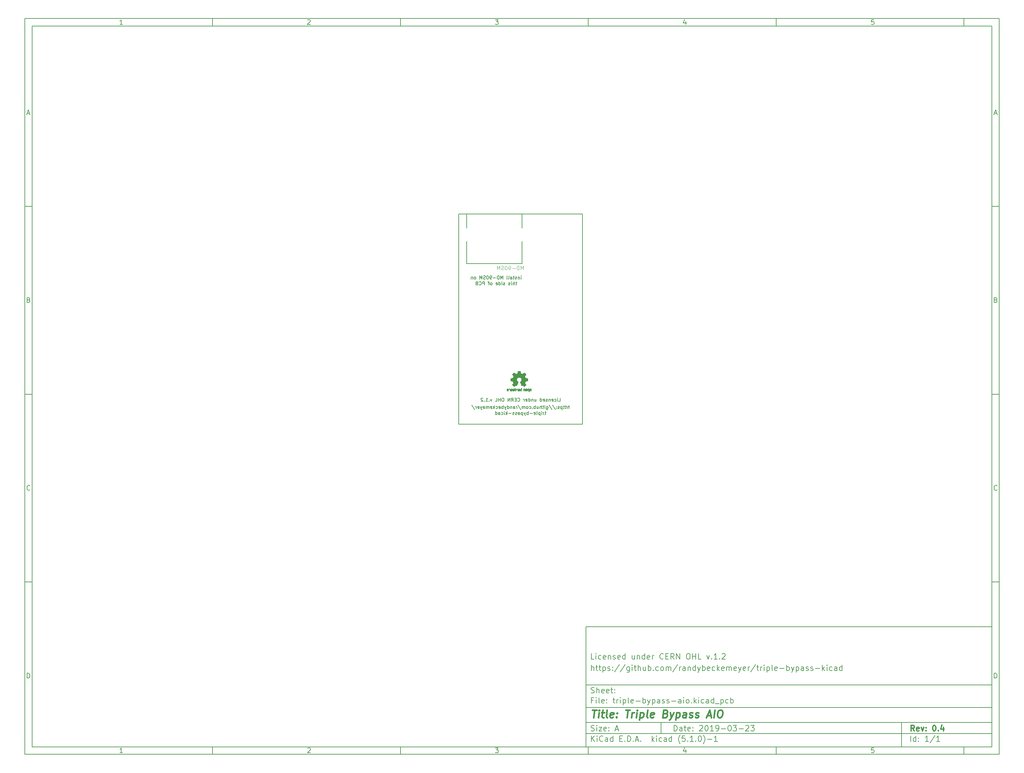
<source format=gbr>
G04 #@! TF.GenerationSoftware,KiCad,Pcbnew,(5.1.0)-1*
G04 #@! TF.CreationDate,2019-03-23T07:31:29-07:00*
G04 #@! TF.ProjectId,triple-bypass-aio,74726970-6c65-42d6-9279-706173732d61,0.4*
G04 #@! TF.SameCoordinates,Original*
G04 #@! TF.FileFunction,Legend,Bot*
G04 #@! TF.FilePolarity,Positive*
%FSLAX46Y46*%
G04 Gerber Fmt 4.6, Leading zero omitted, Abs format (unit mm)*
G04 Created by KiCad (PCBNEW (5.1.0)-1) date 2019-03-23 07:31:29*
%MOMM*%
%LPD*%
G04 APERTURE LIST*
%ADD10C,0.100000*%
%ADD11C,0.150000*%
%ADD12C,0.300000*%
%ADD13C,0.400000*%
%ADD14C,0.200000*%
%ADD15C,0.203200*%
%ADD16C,0.127000*%
%ADD17C,0.010000*%
%ADD18C,0.050000*%
G04 APERTURE END LIST*
D10*
D11*
X159400000Y-171900000D02*
X159400000Y-203900000D01*
X267400000Y-203900000D01*
X267400000Y-171900000D01*
X159400000Y-171900000D01*
D10*
D11*
X10000000Y-10000000D02*
X10000000Y-205900000D01*
X269400000Y-205900000D01*
X269400000Y-10000000D01*
X10000000Y-10000000D01*
D10*
D11*
X12000000Y-12000000D02*
X12000000Y-203900000D01*
X267400000Y-203900000D01*
X267400000Y-12000000D01*
X12000000Y-12000000D01*
D10*
D11*
X60000000Y-12000000D02*
X60000000Y-10000000D01*
D10*
D11*
X110000000Y-12000000D02*
X110000000Y-10000000D01*
D10*
D11*
X160000000Y-12000000D02*
X160000000Y-10000000D01*
D10*
D11*
X210000000Y-12000000D02*
X210000000Y-10000000D01*
D10*
D11*
X260000000Y-12000000D02*
X260000000Y-10000000D01*
D10*
D11*
X36065476Y-11588095D02*
X35322619Y-11588095D01*
X35694047Y-11588095D02*
X35694047Y-10288095D01*
X35570238Y-10473809D01*
X35446428Y-10597619D01*
X35322619Y-10659523D01*
D10*
D11*
X85322619Y-10411904D02*
X85384523Y-10350000D01*
X85508333Y-10288095D01*
X85817857Y-10288095D01*
X85941666Y-10350000D01*
X86003571Y-10411904D01*
X86065476Y-10535714D01*
X86065476Y-10659523D01*
X86003571Y-10845238D01*
X85260714Y-11588095D01*
X86065476Y-11588095D01*
D10*
D11*
X135260714Y-10288095D02*
X136065476Y-10288095D01*
X135632142Y-10783333D01*
X135817857Y-10783333D01*
X135941666Y-10845238D01*
X136003571Y-10907142D01*
X136065476Y-11030952D01*
X136065476Y-11340476D01*
X136003571Y-11464285D01*
X135941666Y-11526190D01*
X135817857Y-11588095D01*
X135446428Y-11588095D01*
X135322619Y-11526190D01*
X135260714Y-11464285D01*
D10*
D11*
X185941666Y-10721428D02*
X185941666Y-11588095D01*
X185632142Y-10226190D02*
X185322619Y-11154761D01*
X186127380Y-11154761D01*
D10*
D11*
X236003571Y-10288095D02*
X235384523Y-10288095D01*
X235322619Y-10907142D01*
X235384523Y-10845238D01*
X235508333Y-10783333D01*
X235817857Y-10783333D01*
X235941666Y-10845238D01*
X236003571Y-10907142D01*
X236065476Y-11030952D01*
X236065476Y-11340476D01*
X236003571Y-11464285D01*
X235941666Y-11526190D01*
X235817857Y-11588095D01*
X235508333Y-11588095D01*
X235384523Y-11526190D01*
X235322619Y-11464285D01*
D10*
D11*
X60000000Y-203900000D02*
X60000000Y-205900000D01*
D10*
D11*
X110000000Y-203900000D02*
X110000000Y-205900000D01*
D10*
D11*
X160000000Y-203900000D02*
X160000000Y-205900000D01*
D10*
D11*
X210000000Y-203900000D02*
X210000000Y-205900000D01*
D10*
D11*
X260000000Y-203900000D02*
X260000000Y-205900000D01*
D10*
D11*
X36065476Y-205488095D02*
X35322619Y-205488095D01*
X35694047Y-205488095D02*
X35694047Y-204188095D01*
X35570238Y-204373809D01*
X35446428Y-204497619D01*
X35322619Y-204559523D01*
D10*
D11*
X85322619Y-204311904D02*
X85384523Y-204250000D01*
X85508333Y-204188095D01*
X85817857Y-204188095D01*
X85941666Y-204250000D01*
X86003571Y-204311904D01*
X86065476Y-204435714D01*
X86065476Y-204559523D01*
X86003571Y-204745238D01*
X85260714Y-205488095D01*
X86065476Y-205488095D01*
D10*
D11*
X135260714Y-204188095D02*
X136065476Y-204188095D01*
X135632142Y-204683333D01*
X135817857Y-204683333D01*
X135941666Y-204745238D01*
X136003571Y-204807142D01*
X136065476Y-204930952D01*
X136065476Y-205240476D01*
X136003571Y-205364285D01*
X135941666Y-205426190D01*
X135817857Y-205488095D01*
X135446428Y-205488095D01*
X135322619Y-205426190D01*
X135260714Y-205364285D01*
D10*
D11*
X185941666Y-204621428D02*
X185941666Y-205488095D01*
X185632142Y-204126190D02*
X185322619Y-205054761D01*
X186127380Y-205054761D01*
D10*
D11*
X236003571Y-204188095D02*
X235384523Y-204188095D01*
X235322619Y-204807142D01*
X235384523Y-204745238D01*
X235508333Y-204683333D01*
X235817857Y-204683333D01*
X235941666Y-204745238D01*
X236003571Y-204807142D01*
X236065476Y-204930952D01*
X236065476Y-205240476D01*
X236003571Y-205364285D01*
X235941666Y-205426190D01*
X235817857Y-205488095D01*
X235508333Y-205488095D01*
X235384523Y-205426190D01*
X235322619Y-205364285D01*
D10*
D11*
X10000000Y-60000000D02*
X12000000Y-60000000D01*
D10*
D11*
X10000000Y-110000000D02*
X12000000Y-110000000D01*
D10*
D11*
X10000000Y-160000000D02*
X12000000Y-160000000D01*
D10*
D11*
X10690476Y-35216666D02*
X11309523Y-35216666D01*
X10566666Y-35588095D02*
X11000000Y-34288095D01*
X11433333Y-35588095D01*
D10*
D11*
X11092857Y-84907142D02*
X11278571Y-84969047D01*
X11340476Y-85030952D01*
X11402380Y-85154761D01*
X11402380Y-85340476D01*
X11340476Y-85464285D01*
X11278571Y-85526190D01*
X11154761Y-85588095D01*
X10659523Y-85588095D01*
X10659523Y-84288095D01*
X11092857Y-84288095D01*
X11216666Y-84350000D01*
X11278571Y-84411904D01*
X11340476Y-84535714D01*
X11340476Y-84659523D01*
X11278571Y-84783333D01*
X11216666Y-84845238D01*
X11092857Y-84907142D01*
X10659523Y-84907142D01*
D10*
D11*
X11402380Y-135464285D02*
X11340476Y-135526190D01*
X11154761Y-135588095D01*
X11030952Y-135588095D01*
X10845238Y-135526190D01*
X10721428Y-135402380D01*
X10659523Y-135278571D01*
X10597619Y-135030952D01*
X10597619Y-134845238D01*
X10659523Y-134597619D01*
X10721428Y-134473809D01*
X10845238Y-134350000D01*
X11030952Y-134288095D01*
X11154761Y-134288095D01*
X11340476Y-134350000D01*
X11402380Y-134411904D01*
D10*
D11*
X10659523Y-185588095D02*
X10659523Y-184288095D01*
X10969047Y-184288095D01*
X11154761Y-184350000D01*
X11278571Y-184473809D01*
X11340476Y-184597619D01*
X11402380Y-184845238D01*
X11402380Y-185030952D01*
X11340476Y-185278571D01*
X11278571Y-185402380D01*
X11154761Y-185526190D01*
X10969047Y-185588095D01*
X10659523Y-185588095D01*
D10*
D11*
X269400000Y-60000000D02*
X267400000Y-60000000D01*
D10*
D11*
X269400000Y-110000000D02*
X267400000Y-110000000D01*
D10*
D11*
X269400000Y-160000000D02*
X267400000Y-160000000D01*
D10*
D11*
X268090476Y-35216666D02*
X268709523Y-35216666D01*
X267966666Y-35588095D02*
X268400000Y-34288095D01*
X268833333Y-35588095D01*
D10*
D11*
X268492857Y-84907142D02*
X268678571Y-84969047D01*
X268740476Y-85030952D01*
X268802380Y-85154761D01*
X268802380Y-85340476D01*
X268740476Y-85464285D01*
X268678571Y-85526190D01*
X268554761Y-85588095D01*
X268059523Y-85588095D01*
X268059523Y-84288095D01*
X268492857Y-84288095D01*
X268616666Y-84350000D01*
X268678571Y-84411904D01*
X268740476Y-84535714D01*
X268740476Y-84659523D01*
X268678571Y-84783333D01*
X268616666Y-84845238D01*
X268492857Y-84907142D01*
X268059523Y-84907142D01*
D10*
D11*
X268802380Y-135464285D02*
X268740476Y-135526190D01*
X268554761Y-135588095D01*
X268430952Y-135588095D01*
X268245238Y-135526190D01*
X268121428Y-135402380D01*
X268059523Y-135278571D01*
X267997619Y-135030952D01*
X267997619Y-134845238D01*
X268059523Y-134597619D01*
X268121428Y-134473809D01*
X268245238Y-134350000D01*
X268430952Y-134288095D01*
X268554761Y-134288095D01*
X268740476Y-134350000D01*
X268802380Y-134411904D01*
D10*
D11*
X268059523Y-185588095D02*
X268059523Y-184288095D01*
X268369047Y-184288095D01*
X268554761Y-184350000D01*
X268678571Y-184473809D01*
X268740476Y-184597619D01*
X268802380Y-184845238D01*
X268802380Y-185030952D01*
X268740476Y-185278571D01*
X268678571Y-185402380D01*
X268554761Y-185526190D01*
X268369047Y-185588095D01*
X268059523Y-185588095D01*
D10*
D11*
X182832142Y-199678571D02*
X182832142Y-198178571D01*
X183189285Y-198178571D01*
X183403571Y-198250000D01*
X183546428Y-198392857D01*
X183617857Y-198535714D01*
X183689285Y-198821428D01*
X183689285Y-199035714D01*
X183617857Y-199321428D01*
X183546428Y-199464285D01*
X183403571Y-199607142D01*
X183189285Y-199678571D01*
X182832142Y-199678571D01*
X184975000Y-199678571D02*
X184975000Y-198892857D01*
X184903571Y-198750000D01*
X184760714Y-198678571D01*
X184475000Y-198678571D01*
X184332142Y-198750000D01*
X184975000Y-199607142D02*
X184832142Y-199678571D01*
X184475000Y-199678571D01*
X184332142Y-199607142D01*
X184260714Y-199464285D01*
X184260714Y-199321428D01*
X184332142Y-199178571D01*
X184475000Y-199107142D01*
X184832142Y-199107142D01*
X184975000Y-199035714D01*
X185475000Y-198678571D02*
X186046428Y-198678571D01*
X185689285Y-198178571D02*
X185689285Y-199464285D01*
X185760714Y-199607142D01*
X185903571Y-199678571D01*
X186046428Y-199678571D01*
X187117857Y-199607142D02*
X186975000Y-199678571D01*
X186689285Y-199678571D01*
X186546428Y-199607142D01*
X186475000Y-199464285D01*
X186475000Y-198892857D01*
X186546428Y-198750000D01*
X186689285Y-198678571D01*
X186975000Y-198678571D01*
X187117857Y-198750000D01*
X187189285Y-198892857D01*
X187189285Y-199035714D01*
X186475000Y-199178571D01*
X187832142Y-199535714D02*
X187903571Y-199607142D01*
X187832142Y-199678571D01*
X187760714Y-199607142D01*
X187832142Y-199535714D01*
X187832142Y-199678571D01*
X187832142Y-198750000D02*
X187903571Y-198821428D01*
X187832142Y-198892857D01*
X187760714Y-198821428D01*
X187832142Y-198750000D01*
X187832142Y-198892857D01*
X189617857Y-198321428D02*
X189689285Y-198250000D01*
X189832142Y-198178571D01*
X190189285Y-198178571D01*
X190332142Y-198250000D01*
X190403571Y-198321428D01*
X190475000Y-198464285D01*
X190475000Y-198607142D01*
X190403571Y-198821428D01*
X189546428Y-199678571D01*
X190475000Y-199678571D01*
X191403571Y-198178571D02*
X191546428Y-198178571D01*
X191689285Y-198250000D01*
X191760714Y-198321428D01*
X191832142Y-198464285D01*
X191903571Y-198750000D01*
X191903571Y-199107142D01*
X191832142Y-199392857D01*
X191760714Y-199535714D01*
X191689285Y-199607142D01*
X191546428Y-199678571D01*
X191403571Y-199678571D01*
X191260714Y-199607142D01*
X191189285Y-199535714D01*
X191117857Y-199392857D01*
X191046428Y-199107142D01*
X191046428Y-198750000D01*
X191117857Y-198464285D01*
X191189285Y-198321428D01*
X191260714Y-198250000D01*
X191403571Y-198178571D01*
X193332142Y-199678571D02*
X192475000Y-199678571D01*
X192903571Y-199678571D02*
X192903571Y-198178571D01*
X192760714Y-198392857D01*
X192617857Y-198535714D01*
X192475000Y-198607142D01*
X194046428Y-199678571D02*
X194332142Y-199678571D01*
X194475000Y-199607142D01*
X194546428Y-199535714D01*
X194689285Y-199321428D01*
X194760714Y-199035714D01*
X194760714Y-198464285D01*
X194689285Y-198321428D01*
X194617857Y-198250000D01*
X194475000Y-198178571D01*
X194189285Y-198178571D01*
X194046428Y-198250000D01*
X193975000Y-198321428D01*
X193903571Y-198464285D01*
X193903571Y-198821428D01*
X193975000Y-198964285D01*
X194046428Y-199035714D01*
X194189285Y-199107142D01*
X194475000Y-199107142D01*
X194617857Y-199035714D01*
X194689285Y-198964285D01*
X194760714Y-198821428D01*
X195403571Y-199107142D02*
X196546428Y-199107142D01*
X197546428Y-198178571D02*
X197689285Y-198178571D01*
X197832142Y-198250000D01*
X197903571Y-198321428D01*
X197975000Y-198464285D01*
X198046428Y-198750000D01*
X198046428Y-199107142D01*
X197975000Y-199392857D01*
X197903571Y-199535714D01*
X197832142Y-199607142D01*
X197689285Y-199678571D01*
X197546428Y-199678571D01*
X197403571Y-199607142D01*
X197332142Y-199535714D01*
X197260714Y-199392857D01*
X197189285Y-199107142D01*
X197189285Y-198750000D01*
X197260714Y-198464285D01*
X197332142Y-198321428D01*
X197403571Y-198250000D01*
X197546428Y-198178571D01*
X198546428Y-198178571D02*
X199475000Y-198178571D01*
X198975000Y-198750000D01*
X199189285Y-198750000D01*
X199332142Y-198821428D01*
X199403571Y-198892857D01*
X199475000Y-199035714D01*
X199475000Y-199392857D01*
X199403571Y-199535714D01*
X199332142Y-199607142D01*
X199189285Y-199678571D01*
X198760714Y-199678571D01*
X198617857Y-199607142D01*
X198546428Y-199535714D01*
X200117857Y-199107142D02*
X201260714Y-199107142D01*
X201903571Y-198321428D02*
X201975000Y-198250000D01*
X202117857Y-198178571D01*
X202475000Y-198178571D01*
X202617857Y-198250000D01*
X202689285Y-198321428D01*
X202760714Y-198464285D01*
X202760714Y-198607142D01*
X202689285Y-198821428D01*
X201832142Y-199678571D01*
X202760714Y-199678571D01*
X203260714Y-198178571D02*
X204189285Y-198178571D01*
X203689285Y-198750000D01*
X203903571Y-198750000D01*
X204046428Y-198821428D01*
X204117857Y-198892857D01*
X204189285Y-199035714D01*
X204189285Y-199392857D01*
X204117857Y-199535714D01*
X204046428Y-199607142D01*
X203903571Y-199678571D01*
X203475000Y-199678571D01*
X203332142Y-199607142D01*
X203260714Y-199535714D01*
D10*
D11*
X159400000Y-200400000D02*
X267400000Y-200400000D01*
D10*
D11*
X160832142Y-202478571D02*
X160832142Y-200978571D01*
X161689285Y-202478571D02*
X161046428Y-201621428D01*
X161689285Y-200978571D02*
X160832142Y-201835714D01*
X162332142Y-202478571D02*
X162332142Y-201478571D01*
X162332142Y-200978571D02*
X162260714Y-201050000D01*
X162332142Y-201121428D01*
X162403571Y-201050000D01*
X162332142Y-200978571D01*
X162332142Y-201121428D01*
X163903571Y-202335714D02*
X163832142Y-202407142D01*
X163617857Y-202478571D01*
X163475000Y-202478571D01*
X163260714Y-202407142D01*
X163117857Y-202264285D01*
X163046428Y-202121428D01*
X162975000Y-201835714D01*
X162975000Y-201621428D01*
X163046428Y-201335714D01*
X163117857Y-201192857D01*
X163260714Y-201050000D01*
X163475000Y-200978571D01*
X163617857Y-200978571D01*
X163832142Y-201050000D01*
X163903571Y-201121428D01*
X165189285Y-202478571D02*
X165189285Y-201692857D01*
X165117857Y-201550000D01*
X164975000Y-201478571D01*
X164689285Y-201478571D01*
X164546428Y-201550000D01*
X165189285Y-202407142D02*
X165046428Y-202478571D01*
X164689285Y-202478571D01*
X164546428Y-202407142D01*
X164475000Y-202264285D01*
X164475000Y-202121428D01*
X164546428Y-201978571D01*
X164689285Y-201907142D01*
X165046428Y-201907142D01*
X165189285Y-201835714D01*
X166546428Y-202478571D02*
X166546428Y-200978571D01*
X166546428Y-202407142D02*
X166403571Y-202478571D01*
X166117857Y-202478571D01*
X165975000Y-202407142D01*
X165903571Y-202335714D01*
X165832142Y-202192857D01*
X165832142Y-201764285D01*
X165903571Y-201621428D01*
X165975000Y-201550000D01*
X166117857Y-201478571D01*
X166403571Y-201478571D01*
X166546428Y-201550000D01*
X168403571Y-201692857D02*
X168903571Y-201692857D01*
X169117857Y-202478571D02*
X168403571Y-202478571D01*
X168403571Y-200978571D01*
X169117857Y-200978571D01*
X169760714Y-202335714D02*
X169832142Y-202407142D01*
X169760714Y-202478571D01*
X169689285Y-202407142D01*
X169760714Y-202335714D01*
X169760714Y-202478571D01*
X170475000Y-202478571D02*
X170475000Y-200978571D01*
X170832142Y-200978571D01*
X171046428Y-201050000D01*
X171189285Y-201192857D01*
X171260714Y-201335714D01*
X171332142Y-201621428D01*
X171332142Y-201835714D01*
X171260714Y-202121428D01*
X171189285Y-202264285D01*
X171046428Y-202407142D01*
X170832142Y-202478571D01*
X170475000Y-202478571D01*
X171975000Y-202335714D02*
X172046428Y-202407142D01*
X171975000Y-202478571D01*
X171903571Y-202407142D01*
X171975000Y-202335714D01*
X171975000Y-202478571D01*
X172617857Y-202050000D02*
X173332142Y-202050000D01*
X172475000Y-202478571D02*
X172975000Y-200978571D01*
X173475000Y-202478571D01*
X173975000Y-202335714D02*
X174046428Y-202407142D01*
X173975000Y-202478571D01*
X173903571Y-202407142D01*
X173975000Y-202335714D01*
X173975000Y-202478571D01*
X176975000Y-202478571D02*
X176975000Y-200978571D01*
X177117857Y-201907142D02*
X177546428Y-202478571D01*
X177546428Y-201478571D02*
X176975000Y-202050000D01*
X178189285Y-202478571D02*
X178189285Y-201478571D01*
X178189285Y-200978571D02*
X178117857Y-201050000D01*
X178189285Y-201121428D01*
X178260714Y-201050000D01*
X178189285Y-200978571D01*
X178189285Y-201121428D01*
X179546428Y-202407142D02*
X179403571Y-202478571D01*
X179117857Y-202478571D01*
X178975000Y-202407142D01*
X178903571Y-202335714D01*
X178832142Y-202192857D01*
X178832142Y-201764285D01*
X178903571Y-201621428D01*
X178975000Y-201550000D01*
X179117857Y-201478571D01*
X179403571Y-201478571D01*
X179546428Y-201550000D01*
X180832142Y-202478571D02*
X180832142Y-201692857D01*
X180760714Y-201550000D01*
X180617857Y-201478571D01*
X180332142Y-201478571D01*
X180189285Y-201550000D01*
X180832142Y-202407142D02*
X180689285Y-202478571D01*
X180332142Y-202478571D01*
X180189285Y-202407142D01*
X180117857Y-202264285D01*
X180117857Y-202121428D01*
X180189285Y-201978571D01*
X180332142Y-201907142D01*
X180689285Y-201907142D01*
X180832142Y-201835714D01*
X182189285Y-202478571D02*
X182189285Y-200978571D01*
X182189285Y-202407142D02*
X182046428Y-202478571D01*
X181760714Y-202478571D01*
X181617857Y-202407142D01*
X181546428Y-202335714D01*
X181475000Y-202192857D01*
X181475000Y-201764285D01*
X181546428Y-201621428D01*
X181617857Y-201550000D01*
X181760714Y-201478571D01*
X182046428Y-201478571D01*
X182189285Y-201550000D01*
X184475000Y-203050000D02*
X184403571Y-202978571D01*
X184260714Y-202764285D01*
X184189285Y-202621428D01*
X184117857Y-202407142D01*
X184046428Y-202050000D01*
X184046428Y-201764285D01*
X184117857Y-201407142D01*
X184189285Y-201192857D01*
X184260714Y-201050000D01*
X184403571Y-200835714D01*
X184475000Y-200764285D01*
X185760714Y-200978571D02*
X185046428Y-200978571D01*
X184975000Y-201692857D01*
X185046428Y-201621428D01*
X185189285Y-201550000D01*
X185546428Y-201550000D01*
X185689285Y-201621428D01*
X185760714Y-201692857D01*
X185832142Y-201835714D01*
X185832142Y-202192857D01*
X185760714Y-202335714D01*
X185689285Y-202407142D01*
X185546428Y-202478571D01*
X185189285Y-202478571D01*
X185046428Y-202407142D01*
X184975000Y-202335714D01*
X186475000Y-202335714D02*
X186546428Y-202407142D01*
X186475000Y-202478571D01*
X186403571Y-202407142D01*
X186475000Y-202335714D01*
X186475000Y-202478571D01*
X187975000Y-202478571D02*
X187117857Y-202478571D01*
X187546428Y-202478571D02*
X187546428Y-200978571D01*
X187403571Y-201192857D01*
X187260714Y-201335714D01*
X187117857Y-201407142D01*
X188617857Y-202335714D02*
X188689285Y-202407142D01*
X188617857Y-202478571D01*
X188546428Y-202407142D01*
X188617857Y-202335714D01*
X188617857Y-202478571D01*
X189617857Y-200978571D02*
X189760714Y-200978571D01*
X189903571Y-201050000D01*
X189975000Y-201121428D01*
X190046428Y-201264285D01*
X190117857Y-201550000D01*
X190117857Y-201907142D01*
X190046428Y-202192857D01*
X189975000Y-202335714D01*
X189903571Y-202407142D01*
X189760714Y-202478571D01*
X189617857Y-202478571D01*
X189475000Y-202407142D01*
X189403571Y-202335714D01*
X189332142Y-202192857D01*
X189260714Y-201907142D01*
X189260714Y-201550000D01*
X189332142Y-201264285D01*
X189403571Y-201121428D01*
X189475000Y-201050000D01*
X189617857Y-200978571D01*
X190617857Y-203050000D02*
X190689285Y-202978571D01*
X190832142Y-202764285D01*
X190903571Y-202621428D01*
X190975000Y-202407142D01*
X191046428Y-202050000D01*
X191046428Y-201764285D01*
X190975000Y-201407142D01*
X190903571Y-201192857D01*
X190832142Y-201050000D01*
X190689285Y-200835714D01*
X190617857Y-200764285D01*
X191760714Y-201907142D02*
X192903571Y-201907142D01*
X194403571Y-202478571D02*
X193546428Y-202478571D01*
X193975000Y-202478571D02*
X193975000Y-200978571D01*
X193832142Y-201192857D01*
X193689285Y-201335714D01*
X193546428Y-201407142D01*
D10*
D11*
X159400000Y-197400000D02*
X267400000Y-197400000D01*
D10*
D12*
X246809285Y-199678571D02*
X246309285Y-198964285D01*
X245952142Y-199678571D02*
X245952142Y-198178571D01*
X246523571Y-198178571D01*
X246666428Y-198250000D01*
X246737857Y-198321428D01*
X246809285Y-198464285D01*
X246809285Y-198678571D01*
X246737857Y-198821428D01*
X246666428Y-198892857D01*
X246523571Y-198964285D01*
X245952142Y-198964285D01*
X248023571Y-199607142D02*
X247880714Y-199678571D01*
X247595000Y-199678571D01*
X247452142Y-199607142D01*
X247380714Y-199464285D01*
X247380714Y-198892857D01*
X247452142Y-198750000D01*
X247595000Y-198678571D01*
X247880714Y-198678571D01*
X248023571Y-198750000D01*
X248095000Y-198892857D01*
X248095000Y-199035714D01*
X247380714Y-199178571D01*
X248595000Y-198678571D02*
X248952142Y-199678571D01*
X249309285Y-198678571D01*
X249880714Y-199535714D02*
X249952142Y-199607142D01*
X249880714Y-199678571D01*
X249809285Y-199607142D01*
X249880714Y-199535714D01*
X249880714Y-199678571D01*
X249880714Y-198750000D02*
X249952142Y-198821428D01*
X249880714Y-198892857D01*
X249809285Y-198821428D01*
X249880714Y-198750000D01*
X249880714Y-198892857D01*
X252023571Y-198178571D02*
X252166428Y-198178571D01*
X252309285Y-198250000D01*
X252380714Y-198321428D01*
X252452142Y-198464285D01*
X252523571Y-198750000D01*
X252523571Y-199107142D01*
X252452142Y-199392857D01*
X252380714Y-199535714D01*
X252309285Y-199607142D01*
X252166428Y-199678571D01*
X252023571Y-199678571D01*
X251880714Y-199607142D01*
X251809285Y-199535714D01*
X251737857Y-199392857D01*
X251666428Y-199107142D01*
X251666428Y-198750000D01*
X251737857Y-198464285D01*
X251809285Y-198321428D01*
X251880714Y-198250000D01*
X252023571Y-198178571D01*
X253166428Y-199535714D02*
X253237857Y-199607142D01*
X253166428Y-199678571D01*
X253095000Y-199607142D01*
X253166428Y-199535714D01*
X253166428Y-199678571D01*
X254523571Y-198678571D02*
X254523571Y-199678571D01*
X254166428Y-198107142D02*
X253809285Y-199178571D01*
X254737857Y-199178571D01*
D10*
D11*
X160760714Y-199607142D02*
X160975000Y-199678571D01*
X161332142Y-199678571D01*
X161475000Y-199607142D01*
X161546428Y-199535714D01*
X161617857Y-199392857D01*
X161617857Y-199250000D01*
X161546428Y-199107142D01*
X161475000Y-199035714D01*
X161332142Y-198964285D01*
X161046428Y-198892857D01*
X160903571Y-198821428D01*
X160832142Y-198750000D01*
X160760714Y-198607142D01*
X160760714Y-198464285D01*
X160832142Y-198321428D01*
X160903571Y-198250000D01*
X161046428Y-198178571D01*
X161403571Y-198178571D01*
X161617857Y-198250000D01*
X162260714Y-199678571D02*
X162260714Y-198678571D01*
X162260714Y-198178571D02*
X162189285Y-198250000D01*
X162260714Y-198321428D01*
X162332142Y-198250000D01*
X162260714Y-198178571D01*
X162260714Y-198321428D01*
X162832142Y-198678571D02*
X163617857Y-198678571D01*
X162832142Y-199678571D01*
X163617857Y-199678571D01*
X164760714Y-199607142D02*
X164617857Y-199678571D01*
X164332142Y-199678571D01*
X164189285Y-199607142D01*
X164117857Y-199464285D01*
X164117857Y-198892857D01*
X164189285Y-198750000D01*
X164332142Y-198678571D01*
X164617857Y-198678571D01*
X164760714Y-198750000D01*
X164832142Y-198892857D01*
X164832142Y-199035714D01*
X164117857Y-199178571D01*
X165475000Y-199535714D02*
X165546428Y-199607142D01*
X165475000Y-199678571D01*
X165403571Y-199607142D01*
X165475000Y-199535714D01*
X165475000Y-199678571D01*
X165475000Y-198750000D02*
X165546428Y-198821428D01*
X165475000Y-198892857D01*
X165403571Y-198821428D01*
X165475000Y-198750000D01*
X165475000Y-198892857D01*
X167260714Y-199250000D02*
X167975000Y-199250000D01*
X167117857Y-199678571D02*
X167617857Y-198178571D01*
X168117857Y-199678571D01*
D10*
D11*
X245832142Y-202478571D02*
X245832142Y-200978571D01*
X247189285Y-202478571D02*
X247189285Y-200978571D01*
X247189285Y-202407142D02*
X247046428Y-202478571D01*
X246760714Y-202478571D01*
X246617857Y-202407142D01*
X246546428Y-202335714D01*
X246475000Y-202192857D01*
X246475000Y-201764285D01*
X246546428Y-201621428D01*
X246617857Y-201550000D01*
X246760714Y-201478571D01*
X247046428Y-201478571D01*
X247189285Y-201550000D01*
X247903571Y-202335714D02*
X247975000Y-202407142D01*
X247903571Y-202478571D01*
X247832142Y-202407142D01*
X247903571Y-202335714D01*
X247903571Y-202478571D01*
X247903571Y-201550000D02*
X247975000Y-201621428D01*
X247903571Y-201692857D01*
X247832142Y-201621428D01*
X247903571Y-201550000D01*
X247903571Y-201692857D01*
X250546428Y-202478571D02*
X249689285Y-202478571D01*
X250117857Y-202478571D02*
X250117857Y-200978571D01*
X249975000Y-201192857D01*
X249832142Y-201335714D01*
X249689285Y-201407142D01*
X252260714Y-200907142D02*
X250975000Y-202835714D01*
X253546428Y-202478571D02*
X252689285Y-202478571D01*
X253117857Y-202478571D02*
X253117857Y-200978571D01*
X252975000Y-201192857D01*
X252832142Y-201335714D01*
X252689285Y-201407142D01*
D10*
D11*
X159400000Y-193400000D02*
X267400000Y-193400000D01*
D10*
D13*
X161112380Y-194104761D02*
X162255238Y-194104761D01*
X161433809Y-196104761D02*
X161683809Y-194104761D01*
X162671904Y-196104761D02*
X162838571Y-194771428D01*
X162921904Y-194104761D02*
X162814761Y-194200000D01*
X162898095Y-194295238D01*
X163005238Y-194200000D01*
X162921904Y-194104761D01*
X162898095Y-194295238D01*
X163505238Y-194771428D02*
X164267142Y-194771428D01*
X163874285Y-194104761D02*
X163660000Y-195819047D01*
X163731428Y-196009523D01*
X163910000Y-196104761D01*
X164100476Y-196104761D01*
X165052857Y-196104761D02*
X164874285Y-196009523D01*
X164802857Y-195819047D01*
X165017142Y-194104761D01*
X166588571Y-196009523D02*
X166386190Y-196104761D01*
X166005238Y-196104761D01*
X165826666Y-196009523D01*
X165755238Y-195819047D01*
X165850476Y-195057142D01*
X165969523Y-194866666D01*
X166171904Y-194771428D01*
X166552857Y-194771428D01*
X166731428Y-194866666D01*
X166802857Y-195057142D01*
X166779047Y-195247619D01*
X165802857Y-195438095D01*
X167552857Y-195914285D02*
X167636190Y-196009523D01*
X167529047Y-196104761D01*
X167445714Y-196009523D01*
X167552857Y-195914285D01*
X167529047Y-196104761D01*
X167683809Y-194866666D02*
X167767142Y-194961904D01*
X167660000Y-195057142D01*
X167576666Y-194961904D01*
X167683809Y-194866666D01*
X167660000Y-195057142D01*
X169969523Y-194104761D02*
X171112380Y-194104761D01*
X170290952Y-196104761D02*
X170540952Y-194104761D01*
X171529047Y-196104761D02*
X171695714Y-194771428D01*
X171648095Y-195152380D02*
X171767142Y-194961904D01*
X171874285Y-194866666D01*
X172076666Y-194771428D01*
X172267142Y-194771428D01*
X172767142Y-196104761D02*
X172933809Y-194771428D01*
X173017142Y-194104761D02*
X172910000Y-194200000D01*
X172993333Y-194295238D01*
X173100476Y-194200000D01*
X173017142Y-194104761D01*
X172993333Y-194295238D01*
X173886190Y-194771428D02*
X173636190Y-196771428D01*
X173874285Y-194866666D02*
X174076666Y-194771428D01*
X174457619Y-194771428D01*
X174636190Y-194866666D01*
X174719523Y-194961904D01*
X174790952Y-195152380D01*
X174719523Y-195723809D01*
X174600476Y-195914285D01*
X174493333Y-196009523D01*
X174290952Y-196104761D01*
X173910000Y-196104761D01*
X173731428Y-196009523D01*
X175814761Y-196104761D02*
X175636190Y-196009523D01*
X175564761Y-195819047D01*
X175779047Y-194104761D01*
X177350476Y-196009523D02*
X177148095Y-196104761D01*
X176767142Y-196104761D01*
X176588571Y-196009523D01*
X176517142Y-195819047D01*
X176612380Y-195057142D01*
X176731428Y-194866666D01*
X176933809Y-194771428D01*
X177314761Y-194771428D01*
X177493333Y-194866666D01*
X177564761Y-195057142D01*
X177540952Y-195247619D01*
X176564761Y-195438095D01*
X180612380Y-195057142D02*
X180886190Y-195152380D01*
X180969523Y-195247619D01*
X181040952Y-195438095D01*
X181005238Y-195723809D01*
X180886190Y-195914285D01*
X180779047Y-196009523D01*
X180576666Y-196104761D01*
X179814761Y-196104761D01*
X180064761Y-194104761D01*
X180731428Y-194104761D01*
X180910000Y-194200000D01*
X180993333Y-194295238D01*
X181064761Y-194485714D01*
X181040952Y-194676190D01*
X180921904Y-194866666D01*
X180814761Y-194961904D01*
X180612380Y-195057142D01*
X179945714Y-195057142D01*
X181790952Y-194771428D02*
X182100476Y-196104761D01*
X182743333Y-194771428D02*
X182100476Y-196104761D01*
X181850476Y-196580952D01*
X181743333Y-196676190D01*
X181540952Y-196771428D01*
X183505238Y-194771428D02*
X183255238Y-196771428D01*
X183493333Y-194866666D02*
X183695714Y-194771428D01*
X184076666Y-194771428D01*
X184255238Y-194866666D01*
X184338571Y-194961904D01*
X184410000Y-195152380D01*
X184338571Y-195723809D01*
X184219523Y-195914285D01*
X184112380Y-196009523D01*
X183910000Y-196104761D01*
X183529047Y-196104761D01*
X183350476Y-196009523D01*
X186005238Y-196104761D02*
X186136190Y-195057142D01*
X186064761Y-194866666D01*
X185886190Y-194771428D01*
X185505238Y-194771428D01*
X185302857Y-194866666D01*
X186017142Y-196009523D02*
X185814761Y-196104761D01*
X185338571Y-196104761D01*
X185160000Y-196009523D01*
X185088571Y-195819047D01*
X185112380Y-195628571D01*
X185231428Y-195438095D01*
X185433809Y-195342857D01*
X185910000Y-195342857D01*
X186112380Y-195247619D01*
X186874285Y-196009523D02*
X187052857Y-196104761D01*
X187433809Y-196104761D01*
X187636190Y-196009523D01*
X187755238Y-195819047D01*
X187767142Y-195723809D01*
X187695714Y-195533333D01*
X187517142Y-195438095D01*
X187231428Y-195438095D01*
X187052857Y-195342857D01*
X186981428Y-195152380D01*
X186993333Y-195057142D01*
X187112380Y-194866666D01*
X187314761Y-194771428D01*
X187600476Y-194771428D01*
X187779047Y-194866666D01*
X188493333Y-196009523D02*
X188671904Y-196104761D01*
X189052857Y-196104761D01*
X189255238Y-196009523D01*
X189374285Y-195819047D01*
X189386190Y-195723809D01*
X189314761Y-195533333D01*
X189136190Y-195438095D01*
X188850476Y-195438095D01*
X188671904Y-195342857D01*
X188600476Y-195152380D01*
X188612380Y-195057142D01*
X188731428Y-194866666D01*
X188933809Y-194771428D01*
X189219523Y-194771428D01*
X189398095Y-194866666D01*
X191695714Y-195533333D02*
X192648095Y-195533333D01*
X191433809Y-196104761D02*
X192350476Y-194104761D01*
X192767142Y-196104761D01*
X193433809Y-196104761D02*
X193683809Y-194104761D01*
X195017142Y-194104761D02*
X195398095Y-194104761D01*
X195576666Y-194200000D01*
X195743333Y-194390476D01*
X195790952Y-194771428D01*
X195707619Y-195438095D01*
X195564761Y-195819047D01*
X195350476Y-196009523D01*
X195148095Y-196104761D01*
X194767142Y-196104761D01*
X194588571Y-196009523D01*
X194421904Y-195819047D01*
X194374285Y-195438095D01*
X194457619Y-194771428D01*
X194600476Y-194390476D01*
X194814761Y-194200000D01*
X195017142Y-194104761D01*
D10*
D11*
X161332142Y-191492857D02*
X160832142Y-191492857D01*
X160832142Y-192278571D02*
X160832142Y-190778571D01*
X161546428Y-190778571D01*
X162117857Y-192278571D02*
X162117857Y-191278571D01*
X162117857Y-190778571D02*
X162046428Y-190850000D01*
X162117857Y-190921428D01*
X162189285Y-190850000D01*
X162117857Y-190778571D01*
X162117857Y-190921428D01*
X163046428Y-192278571D02*
X162903571Y-192207142D01*
X162832142Y-192064285D01*
X162832142Y-190778571D01*
X164189285Y-192207142D02*
X164046428Y-192278571D01*
X163760714Y-192278571D01*
X163617857Y-192207142D01*
X163546428Y-192064285D01*
X163546428Y-191492857D01*
X163617857Y-191350000D01*
X163760714Y-191278571D01*
X164046428Y-191278571D01*
X164189285Y-191350000D01*
X164260714Y-191492857D01*
X164260714Y-191635714D01*
X163546428Y-191778571D01*
X164903571Y-192135714D02*
X164975000Y-192207142D01*
X164903571Y-192278571D01*
X164832142Y-192207142D01*
X164903571Y-192135714D01*
X164903571Y-192278571D01*
X164903571Y-191350000D02*
X164975000Y-191421428D01*
X164903571Y-191492857D01*
X164832142Y-191421428D01*
X164903571Y-191350000D01*
X164903571Y-191492857D01*
X166546428Y-191278571D02*
X167117857Y-191278571D01*
X166760714Y-190778571D02*
X166760714Y-192064285D01*
X166832142Y-192207142D01*
X166975000Y-192278571D01*
X167117857Y-192278571D01*
X167617857Y-192278571D02*
X167617857Y-191278571D01*
X167617857Y-191564285D02*
X167689285Y-191421428D01*
X167760714Y-191350000D01*
X167903571Y-191278571D01*
X168046428Y-191278571D01*
X168546428Y-192278571D02*
X168546428Y-191278571D01*
X168546428Y-190778571D02*
X168475000Y-190850000D01*
X168546428Y-190921428D01*
X168617857Y-190850000D01*
X168546428Y-190778571D01*
X168546428Y-190921428D01*
X169260714Y-191278571D02*
X169260714Y-192778571D01*
X169260714Y-191350000D02*
X169403571Y-191278571D01*
X169689285Y-191278571D01*
X169832142Y-191350000D01*
X169903571Y-191421428D01*
X169975000Y-191564285D01*
X169975000Y-191992857D01*
X169903571Y-192135714D01*
X169832142Y-192207142D01*
X169689285Y-192278571D01*
X169403571Y-192278571D01*
X169260714Y-192207142D01*
X170832142Y-192278571D02*
X170689285Y-192207142D01*
X170617857Y-192064285D01*
X170617857Y-190778571D01*
X171975000Y-192207142D02*
X171832142Y-192278571D01*
X171546428Y-192278571D01*
X171403571Y-192207142D01*
X171332142Y-192064285D01*
X171332142Y-191492857D01*
X171403571Y-191350000D01*
X171546428Y-191278571D01*
X171832142Y-191278571D01*
X171975000Y-191350000D01*
X172046428Y-191492857D01*
X172046428Y-191635714D01*
X171332142Y-191778571D01*
X172689285Y-191707142D02*
X173832142Y-191707142D01*
X174546428Y-192278571D02*
X174546428Y-190778571D01*
X174546428Y-191350000D02*
X174689285Y-191278571D01*
X174975000Y-191278571D01*
X175117857Y-191350000D01*
X175189285Y-191421428D01*
X175260714Y-191564285D01*
X175260714Y-191992857D01*
X175189285Y-192135714D01*
X175117857Y-192207142D01*
X174975000Y-192278571D01*
X174689285Y-192278571D01*
X174546428Y-192207142D01*
X175760714Y-191278571D02*
X176117857Y-192278571D01*
X176475000Y-191278571D02*
X176117857Y-192278571D01*
X175975000Y-192635714D01*
X175903571Y-192707142D01*
X175760714Y-192778571D01*
X177046428Y-191278571D02*
X177046428Y-192778571D01*
X177046428Y-191350000D02*
X177189285Y-191278571D01*
X177475000Y-191278571D01*
X177617857Y-191350000D01*
X177689285Y-191421428D01*
X177760714Y-191564285D01*
X177760714Y-191992857D01*
X177689285Y-192135714D01*
X177617857Y-192207142D01*
X177475000Y-192278571D01*
X177189285Y-192278571D01*
X177046428Y-192207142D01*
X179046428Y-192278571D02*
X179046428Y-191492857D01*
X178975000Y-191350000D01*
X178832142Y-191278571D01*
X178546428Y-191278571D01*
X178403571Y-191350000D01*
X179046428Y-192207142D02*
X178903571Y-192278571D01*
X178546428Y-192278571D01*
X178403571Y-192207142D01*
X178332142Y-192064285D01*
X178332142Y-191921428D01*
X178403571Y-191778571D01*
X178546428Y-191707142D01*
X178903571Y-191707142D01*
X179046428Y-191635714D01*
X179689285Y-192207142D02*
X179832142Y-192278571D01*
X180117857Y-192278571D01*
X180260714Y-192207142D01*
X180332142Y-192064285D01*
X180332142Y-191992857D01*
X180260714Y-191850000D01*
X180117857Y-191778571D01*
X179903571Y-191778571D01*
X179760714Y-191707142D01*
X179689285Y-191564285D01*
X179689285Y-191492857D01*
X179760714Y-191350000D01*
X179903571Y-191278571D01*
X180117857Y-191278571D01*
X180260714Y-191350000D01*
X180903571Y-192207142D02*
X181046428Y-192278571D01*
X181332142Y-192278571D01*
X181475000Y-192207142D01*
X181546428Y-192064285D01*
X181546428Y-191992857D01*
X181475000Y-191850000D01*
X181332142Y-191778571D01*
X181117857Y-191778571D01*
X180975000Y-191707142D01*
X180903571Y-191564285D01*
X180903571Y-191492857D01*
X180975000Y-191350000D01*
X181117857Y-191278571D01*
X181332142Y-191278571D01*
X181475000Y-191350000D01*
X182189285Y-191707142D02*
X183332142Y-191707142D01*
X184689285Y-192278571D02*
X184689285Y-191492857D01*
X184617857Y-191350000D01*
X184475000Y-191278571D01*
X184189285Y-191278571D01*
X184046428Y-191350000D01*
X184689285Y-192207142D02*
X184546428Y-192278571D01*
X184189285Y-192278571D01*
X184046428Y-192207142D01*
X183975000Y-192064285D01*
X183975000Y-191921428D01*
X184046428Y-191778571D01*
X184189285Y-191707142D01*
X184546428Y-191707142D01*
X184689285Y-191635714D01*
X185403571Y-192278571D02*
X185403571Y-191278571D01*
X185403571Y-190778571D02*
X185332142Y-190850000D01*
X185403571Y-190921428D01*
X185475000Y-190850000D01*
X185403571Y-190778571D01*
X185403571Y-190921428D01*
X186332142Y-192278571D02*
X186189285Y-192207142D01*
X186117857Y-192135714D01*
X186046428Y-191992857D01*
X186046428Y-191564285D01*
X186117857Y-191421428D01*
X186189285Y-191350000D01*
X186332142Y-191278571D01*
X186546428Y-191278571D01*
X186689285Y-191350000D01*
X186760714Y-191421428D01*
X186832142Y-191564285D01*
X186832142Y-191992857D01*
X186760714Y-192135714D01*
X186689285Y-192207142D01*
X186546428Y-192278571D01*
X186332142Y-192278571D01*
X187475000Y-192135714D02*
X187546428Y-192207142D01*
X187475000Y-192278571D01*
X187403571Y-192207142D01*
X187475000Y-192135714D01*
X187475000Y-192278571D01*
X188189285Y-192278571D02*
X188189285Y-190778571D01*
X188332142Y-191707142D02*
X188760714Y-192278571D01*
X188760714Y-191278571D02*
X188189285Y-191850000D01*
X189403571Y-192278571D02*
X189403571Y-191278571D01*
X189403571Y-190778571D02*
X189332142Y-190850000D01*
X189403571Y-190921428D01*
X189475000Y-190850000D01*
X189403571Y-190778571D01*
X189403571Y-190921428D01*
X190760714Y-192207142D02*
X190617857Y-192278571D01*
X190332142Y-192278571D01*
X190189285Y-192207142D01*
X190117857Y-192135714D01*
X190046428Y-191992857D01*
X190046428Y-191564285D01*
X190117857Y-191421428D01*
X190189285Y-191350000D01*
X190332142Y-191278571D01*
X190617857Y-191278571D01*
X190760714Y-191350000D01*
X192046428Y-192278571D02*
X192046428Y-191492857D01*
X191975000Y-191350000D01*
X191832142Y-191278571D01*
X191546428Y-191278571D01*
X191403571Y-191350000D01*
X192046428Y-192207142D02*
X191903571Y-192278571D01*
X191546428Y-192278571D01*
X191403571Y-192207142D01*
X191332142Y-192064285D01*
X191332142Y-191921428D01*
X191403571Y-191778571D01*
X191546428Y-191707142D01*
X191903571Y-191707142D01*
X192046428Y-191635714D01*
X193403571Y-192278571D02*
X193403571Y-190778571D01*
X193403571Y-192207142D02*
X193260714Y-192278571D01*
X192975000Y-192278571D01*
X192832142Y-192207142D01*
X192760714Y-192135714D01*
X192689285Y-191992857D01*
X192689285Y-191564285D01*
X192760714Y-191421428D01*
X192832142Y-191350000D01*
X192975000Y-191278571D01*
X193260714Y-191278571D01*
X193403571Y-191350000D01*
X193760714Y-192421428D02*
X194903571Y-192421428D01*
X195260714Y-191278571D02*
X195260714Y-192778571D01*
X195260714Y-191350000D02*
X195403571Y-191278571D01*
X195689285Y-191278571D01*
X195832142Y-191350000D01*
X195903571Y-191421428D01*
X195975000Y-191564285D01*
X195975000Y-191992857D01*
X195903571Y-192135714D01*
X195832142Y-192207142D01*
X195689285Y-192278571D01*
X195403571Y-192278571D01*
X195260714Y-192207142D01*
X197260714Y-192207142D02*
X197117857Y-192278571D01*
X196832142Y-192278571D01*
X196689285Y-192207142D01*
X196617857Y-192135714D01*
X196546428Y-191992857D01*
X196546428Y-191564285D01*
X196617857Y-191421428D01*
X196689285Y-191350000D01*
X196832142Y-191278571D01*
X197117857Y-191278571D01*
X197260714Y-191350000D01*
X197903571Y-192278571D02*
X197903571Y-190778571D01*
X197903571Y-191350000D02*
X198046428Y-191278571D01*
X198332142Y-191278571D01*
X198475000Y-191350000D01*
X198546428Y-191421428D01*
X198617857Y-191564285D01*
X198617857Y-191992857D01*
X198546428Y-192135714D01*
X198475000Y-192207142D01*
X198332142Y-192278571D01*
X198046428Y-192278571D01*
X197903571Y-192207142D01*
D10*
D11*
X159400000Y-187400000D02*
X267400000Y-187400000D01*
D10*
D11*
X160760714Y-189507142D02*
X160975000Y-189578571D01*
X161332142Y-189578571D01*
X161475000Y-189507142D01*
X161546428Y-189435714D01*
X161617857Y-189292857D01*
X161617857Y-189150000D01*
X161546428Y-189007142D01*
X161475000Y-188935714D01*
X161332142Y-188864285D01*
X161046428Y-188792857D01*
X160903571Y-188721428D01*
X160832142Y-188650000D01*
X160760714Y-188507142D01*
X160760714Y-188364285D01*
X160832142Y-188221428D01*
X160903571Y-188150000D01*
X161046428Y-188078571D01*
X161403571Y-188078571D01*
X161617857Y-188150000D01*
X162260714Y-189578571D02*
X162260714Y-188078571D01*
X162903571Y-189578571D02*
X162903571Y-188792857D01*
X162832142Y-188650000D01*
X162689285Y-188578571D01*
X162475000Y-188578571D01*
X162332142Y-188650000D01*
X162260714Y-188721428D01*
X164189285Y-189507142D02*
X164046428Y-189578571D01*
X163760714Y-189578571D01*
X163617857Y-189507142D01*
X163546428Y-189364285D01*
X163546428Y-188792857D01*
X163617857Y-188650000D01*
X163760714Y-188578571D01*
X164046428Y-188578571D01*
X164189285Y-188650000D01*
X164260714Y-188792857D01*
X164260714Y-188935714D01*
X163546428Y-189078571D01*
X165475000Y-189507142D02*
X165332142Y-189578571D01*
X165046428Y-189578571D01*
X164903571Y-189507142D01*
X164832142Y-189364285D01*
X164832142Y-188792857D01*
X164903571Y-188650000D01*
X165046428Y-188578571D01*
X165332142Y-188578571D01*
X165475000Y-188650000D01*
X165546428Y-188792857D01*
X165546428Y-188935714D01*
X164832142Y-189078571D01*
X165975000Y-188578571D02*
X166546428Y-188578571D01*
X166189285Y-188078571D02*
X166189285Y-189364285D01*
X166260714Y-189507142D01*
X166403571Y-189578571D01*
X166546428Y-189578571D01*
X167046428Y-189435714D02*
X167117857Y-189507142D01*
X167046428Y-189578571D01*
X166975000Y-189507142D01*
X167046428Y-189435714D01*
X167046428Y-189578571D01*
X167046428Y-188650000D02*
X167117857Y-188721428D01*
X167046428Y-188792857D01*
X166975000Y-188721428D01*
X167046428Y-188650000D01*
X167046428Y-188792857D01*
D10*
D11*
X160832142Y-183578571D02*
X160832142Y-182078571D01*
X161475000Y-183578571D02*
X161475000Y-182792857D01*
X161403571Y-182650000D01*
X161260714Y-182578571D01*
X161046428Y-182578571D01*
X160903571Y-182650000D01*
X160832142Y-182721428D01*
X161975000Y-182578571D02*
X162546428Y-182578571D01*
X162189285Y-182078571D02*
X162189285Y-183364285D01*
X162260714Y-183507142D01*
X162403571Y-183578571D01*
X162546428Y-183578571D01*
X162832142Y-182578571D02*
X163403571Y-182578571D01*
X163046428Y-182078571D02*
X163046428Y-183364285D01*
X163117857Y-183507142D01*
X163260714Y-183578571D01*
X163403571Y-183578571D01*
X163903571Y-182578571D02*
X163903571Y-184078571D01*
X163903571Y-182650000D02*
X164046428Y-182578571D01*
X164332142Y-182578571D01*
X164475000Y-182650000D01*
X164546428Y-182721428D01*
X164617857Y-182864285D01*
X164617857Y-183292857D01*
X164546428Y-183435714D01*
X164475000Y-183507142D01*
X164332142Y-183578571D01*
X164046428Y-183578571D01*
X163903571Y-183507142D01*
X165189285Y-183507142D02*
X165332142Y-183578571D01*
X165617857Y-183578571D01*
X165760714Y-183507142D01*
X165832142Y-183364285D01*
X165832142Y-183292857D01*
X165760714Y-183150000D01*
X165617857Y-183078571D01*
X165403571Y-183078571D01*
X165260714Y-183007142D01*
X165189285Y-182864285D01*
X165189285Y-182792857D01*
X165260714Y-182650000D01*
X165403571Y-182578571D01*
X165617857Y-182578571D01*
X165760714Y-182650000D01*
X166475000Y-183435714D02*
X166546428Y-183507142D01*
X166475000Y-183578571D01*
X166403571Y-183507142D01*
X166475000Y-183435714D01*
X166475000Y-183578571D01*
X166475000Y-182650000D02*
X166546428Y-182721428D01*
X166475000Y-182792857D01*
X166403571Y-182721428D01*
X166475000Y-182650000D01*
X166475000Y-182792857D01*
X168260714Y-182007142D02*
X166975000Y-183935714D01*
X169832142Y-182007142D02*
X168546428Y-183935714D01*
X170975000Y-182578571D02*
X170975000Y-183792857D01*
X170903571Y-183935714D01*
X170832142Y-184007142D01*
X170689285Y-184078571D01*
X170475000Y-184078571D01*
X170332142Y-184007142D01*
X170975000Y-183507142D02*
X170832142Y-183578571D01*
X170546428Y-183578571D01*
X170403571Y-183507142D01*
X170332142Y-183435714D01*
X170260714Y-183292857D01*
X170260714Y-182864285D01*
X170332142Y-182721428D01*
X170403571Y-182650000D01*
X170546428Y-182578571D01*
X170832142Y-182578571D01*
X170975000Y-182650000D01*
X171689285Y-183578571D02*
X171689285Y-182578571D01*
X171689285Y-182078571D02*
X171617857Y-182150000D01*
X171689285Y-182221428D01*
X171760714Y-182150000D01*
X171689285Y-182078571D01*
X171689285Y-182221428D01*
X172189285Y-182578571D02*
X172760714Y-182578571D01*
X172403571Y-182078571D02*
X172403571Y-183364285D01*
X172475000Y-183507142D01*
X172617857Y-183578571D01*
X172760714Y-183578571D01*
X173260714Y-183578571D02*
X173260714Y-182078571D01*
X173903571Y-183578571D02*
X173903571Y-182792857D01*
X173832142Y-182650000D01*
X173689285Y-182578571D01*
X173475000Y-182578571D01*
X173332142Y-182650000D01*
X173260714Y-182721428D01*
X175260714Y-182578571D02*
X175260714Y-183578571D01*
X174617857Y-182578571D02*
X174617857Y-183364285D01*
X174689285Y-183507142D01*
X174832142Y-183578571D01*
X175046428Y-183578571D01*
X175189285Y-183507142D01*
X175260714Y-183435714D01*
X175975000Y-183578571D02*
X175975000Y-182078571D01*
X175975000Y-182650000D02*
X176117857Y-182578571D01*
X176403571Y-182578571D01*
X176546428Y-182650000D01*
X176617857Y-182721428D01*
X176689285Y-182864285D01*
X176689285Y-183292857D01*
X176617857Y-183435714D01*
X176546428Y-183507142D01*
X176403571Y-183578571D01*
X176117857Y-183578571D01*
X175975000Y-183507142D01*
X177332142Y-183435714D02*
X177403571Y-183507142D01*
X177332142Y-183578571D01*
X177260714Y-183507142D01*
X177332142Y-183435714D01*
X177332142Y-183578571D01*
X178689285Y-183507142D02*
X178546428Y-183578571D01*
X178260714Y-183578571D01*
X178117857Y-183507142D01*
X178046428Y-183435714D01*
X177975000Y-183292857D01*
X177975000Y-182864285D01*
X178046428Y-182721428D01*
X178117857Y-182650000D01*
X178260714Y-182578571D01*
X178546428Y-182578571D01*
X178689285Y-182650000D01*
X179546428Y-183578571D02*
X179403571Y-183507142D01*
X179332142Y-183435714D01*
X179260714Y-183292857D01*
X179260714Y-182864285D01*
X179332142Y-182721428D01*
X179403571Y-182650000D01*
X179546428Y-182578571D01*
X179760714Y-182578571D01*
X179903571Y-182650000D01*
X179975000Y-182721428D01*
X180046428Y-182864285D01*
X180046428Y-183292857D01*
X179975000Y-183435714D01*
X179903571Y-183507142D01*
X179760714Y-183578571D01*
X179546428Y-183578571D01*
X180689285Y-183578571D02*
X180689285Y-182578571D01*
X180689285Y-182721428D02*
X180760714Y-182650000D01*
X180903571Y-182578571D01*
X181117857Y-182578571D01*
X181260714Y-182650000D01*
X181332142Y-182792857D01*
X181332142Y-183578571D01*
X181332142Y-182792857D02*
X181403571Y-182650000D01*
X181546428Y-182578571D01*
X181760714Y-182578571D01*
X181903571Y-182650000D01*
X181975000Y-182792857D01*
X181975000Y-183578571D01*
X183760714Y-182007142D02*
X182475000Y-183935714D01*
X184260714Y-183578571D02*
X184260714Y-182578571D01*
X184260714Y-182864285D02*
X184332142Y-182721428D01*
X184403571Y-182650000D01*
X184546428Y-182578571D01*
X184689285Y-182578571D01*
X185832142Y-183578571D02*
X185832142Y-182792857D01*
X185760714Y-182650000D01*
X185617857Y-182578571D01*
X185332142Y-182578571D01*
X185189285Y-182650000D01*
X185832142Y-183507142D02*
X185689285Y-183578571D01*
X185332142Y-183578571D01*
X185189285Y-183507142D01*
X185117857Y-183364285D01*
X185117857Y-183221428D01*
X185189285Y-183078571D01*
X185332142Y-183007142D01*
X185689285Y-183007142D01*
X185832142Y-182935714D01*
X186546428Y-182578571D02*
X186546428Y-183578571D01*
X186546428Y-182721428D02*
X186617857Y-182650000D01*
X186760714Y-182578571D01*
X186975000Y-182578571D01*
X187117857Y-182650000D01*
X187189285Y-182792857D01*
X187189285Y-183578571D01*
X188546428Y-183578571D02*
X188546428Y-182078571D01*
X188546428Y-183507142D02*
X188403571Y-183578571D01*
X188117857Y-183578571D01*
X187975000Y-183507142D01*
X187903571Y-183435714D01*
X187832142Y-183292857D01*
X187832142Y-182864285D01*
X187903571Y-182721428D01*
X187975000Y-182650000D01*
X188117857Y-182578571D01*
X188403571Y-182578571D01*
X188546428Y-182650000D01*
X189117857Y-182578571D02*
X189475000Y-183578571D01*
X189832142Y-182578571D02*
X189475000Y-183578571D01*
X189332142Y-183935714D01*
X189260714Y-184007142D01*
X189117857Y-184078571D01*
X190403571Y-183578571D02*
X190403571Y-182078571D01*
X190403571Y-182650000D02*
X190546428Y-182578571D01*
X190832142Y-182578571D01*
X190975000Y-182650000D01*
X191046428Y-182721428D01*
X191117857Y-182864285D01*
X191117857Y-183292857D01*
X191046428Y-183435714D01*
X190975000Y-183507142D01*
X190832142Y-183578571D01*
X190546428Y-183578571D01*
X190403571Y-183507142D01*
X192332142Y-183507142D02*
X192189285Y-183578571D01*
X191903571Y-183578571D01*
X191760714Y-183507142D01*
X191689285Y-183364285D01*
X191689285Y-182792857D01*
X191760714Y-182650000D01*
X191903571Y-182578571D01*
X192189285Y-182578571D01*
X192332142Y-182650000D01*
X192403571Y-182792857D01*
X192403571Y-182935714D01*
X191689285Y-183078571D01*
X193689285Y-183507142D02*
X193546428Y-183578571D01*
X193260714Y-183578571D01*
X193117857Y-183507142D01*
X193046428Y-183435714D01*
X192975000Y-183292857D01*
X192975000Y-182864285D01*
X193046428Y-182721428D01*
X193117857Y-182650000D01*
X193260714Y-182578571D01*
X193546428Y-182578571D01*
X193689285Y-182650000D01*
X194332142Y-183578571D02*
X194332142Y-182078571D01*
X194475000Y-183007142D02*
X194903571Y-183578571D01*
X194903571Y-182578571D02*
X194332142Y-183150000D01*
X196117857Y-183507142D02*
X195975000Y-183578571D01*
X195689285Y-183578571D01*
X195546428Y-183507142D01*
X195475000Y-183364285D01*
X195475000Y-182792857D01*
X195546428Y-182650000D01*
X195689285Y-182578571D01*
X195975000Y-182578571D01*
X196117857Y-182650000D01*
X196189285Y-182792857D01*
X196189285Y-182935714D01*
X195475000Y-183078571D01*
X196832142Y-183578571D02*
X196832142Y-182578571D01*
X196832142Y-182721428D02*
X196903571Y-182650000D01*
X197046428Y-182578571D01*
X197260714Y-182578571D01*
X197403571Y-182650000D01*
X197475000Y-182792857D01*
X197475000Y-183578571D01*
X197475000Y-182792857D02*
X197546428Y-182650000D01*
X197689285Y-182578571D01*
X197903571Y-182578571D01*
X198046428Y-182650000D01*
X198117857Y-182792857D01*
X198117857Y-183578571D01*
X199403571Y-183507142D02*
X199260714Y-183578571D01*
X198975000Y-183578571D01*
X198832142Y-183507142D01*
X198760714Y-183364285D01*
X198760714Y-182792857D01*
X198832142Y-182650000D01*
X198975000Y-182578571D01*
X199260714Y-182578571D01*
X199403571Y-182650000D01*
X199475000Y-182792857D01*
X199475000Y-182935714D01*
X198760714Y-183078571D01*
X199975000Y-182578571D02*
X200332142Y-183578571D01*
X200689285Y-182578571D02*
X200332142Y-183578571D01*
X200189285Y-183935714D01*
X200117857Y-184007142D01*
X199975000Y-184078571D01*
X201832142Y-183507142D02*
X201689285Y-183578571D01*
X201403571Y-183578571D01*
X201260714Y-183507142D01*
X201189285Y-183364285D01*
X201189285Y-182792857D01*
X201260714Y-182650000D01*
X201403571Y-182578571D01*
X201689285Y-182578571D01*
X201832142Y-182650000D01*
X201903571Y-182792857D01*
X201903571Y-182935714D01*
X201189285Y-183078571D01*
X202546428Y-183578571D02*
X202546428Y-182578571D01*
X202546428Y-182864285D02*
X202617857Y-182721428D01*
X202689285Y-182650000D01*
X202832142Y-182578571D01*
X202975000Y-182578571D01*
X204546428Y-182007142D02*
X203260714Y-183935714D01*
X204832142Y-182578571D02*
X205403571Y-182578571D01*
X205046428Y-182078571D02*
X205046428Y-183364285D01*
X205117857Y-183507142D01*
X205260714Y-183578571D01*
X205403571Y-183578571D01*
X205903571Y-183578571D02*
X205903571Y-182578571D01*
X205903571Y-182864285D02*
X205975000Y-182721428D01*
X206046428Y-182650000D01*
X206189285Y-182578571D01*
X206332142Y-182578571D01*
X206832142Y-183578571D02*
X206832142Y-182578571D01*
X206832142Y-182078571D02*
X206760714Y-182150000D01*
X206832142Y-182221428D01*
X206903571Y-182150000D01*
X206832142Y-182078571D01*
X206832142Y-182221428D01*
X207546428Y-182578571D02*
X207546428Y-184078571D01*
X207546428Y-182650000D02*
X207689285Y-182578571D01*
X207975000Y-182578571D01*
X208117857Y-182650000D01*
X208189285Y-182721428D01*
X208260714Y-182864285D01*
X208260714Y-183292857D01*
X208189285Y-183435714D01*
X208117857Y-183507142D01*
X207975000Y-183578571D01*
X207689285Y-183578571D01*
X207546428Y-183507142D01*
X209117857Y-183578571D02*
X208975000Y-183507142D01*
X208903571Y-183364285D01*
X208903571Y-182078571D01*
X210260714Y-183507142D02*
X210117857Y-183578571D01*
X209832142Y-183578571D01*
X209689285Y-183507142D01*
X209617857Y-183364285D01*
X209617857Y-182792857D01*
X209689285Y-182650000D01*
X209832142Y-182578571D01*
X210117857Y-182578571D01*
X210260714Y-182650000D01*
X210332142Y-182792857D01*
X210332142Y-182935714D01*
X209617857Y-183078571D01*
X210975000Y-183007142D02*
X212117857Y-183007142D01*
X212832142Y-183578571D02*
X212832142Y-182078571D01*
X212832142Y-182650000D02*
X212975000Y-182578571D01*
X213260714Y-182578571D01*
X213403571Y-182650000D01*
X213475000Y-182721428D01*
X213546428Y-182864285D01*
X213546428Y-183292857D01*
X213475000Y-183435714D01*
X213403571Y-183507142D01*
X213260714Y-183578571D01*
X212975000Y-183578571D01*
X212832142Y-183507142D01*
X214046428Y-182578571D02*
X214403571Y-183578571D01*
X214760714Y-182578571D02*
X214403571Y-183578571D01*
X214260714Y-183935714D01*
X214189285Y-184007142D01*
X214046428Y-184078571D01*
X215332142Y-182578571D02*
X215332142Y-184078571D01*
X215332142Y-182650000D02*
X215475000Y-182578571D01*
X215760714Y-182578571D01*
X215903571Y-182650000D01*
X215975000Y-182721428D01*
X216046428Y-182864285D01*
X216046428Y-183292857D01*
X215975000Y-183435714D01*
X215903571Y-183507142D01*
X215760714Y-183578571D01*
X215475000Y-183578571D01*
X215332142Y-183507142D01*
X217332142Y-183578571D02*
X217332142Y-182792857D01*
X217260714Y-182650000D01*
X217117857Y-182578571D01*
X216832142Y-182578571D01*
X216689285Y-182650000D01*
X217332142Y-183507142D02*
X217189285Y-183578571D01*
X216832142Y-183578571D01*
X216689285Y-183507142D01*
X216617857Y-183364285D01*
X216617857Y-183221428D01*
X216689285Y-183078571D01*
X216832142Y-183007142D01*
X217189285Y-183007142D01*
X217332142Y-182935714D01*
X217975000Y-183507142D02*
X218117857Y-183578571D01*
X218403571Y-183578571D01*
X218546428Y-183507142D01*
X218617857Y-183364285D01*
X218617857Y-183292857D01*
X218546428Y-183150000D01*
X218403571Y-183078571D01*
X218189285Y-183078571D01*
X218046428Y-183007142D01*
X217975000Y-182864285D01*
X217975000Y-182792857D01*
X218046428Y-182650000D01*
X218189285Y-182578571D01*
X218403571Y-182578571D01*
X218546428Y-182650000D01*
X219189285Y-183507142D02*
X219332142Y-183578571D01*
X219617857Y-183578571D01*
X219760714Y-183507142D01*
X219832142Y-183364285D01*
X219832142Y-183292857D01*
X219760714Y-183150000D01*
X219617857Y-183078571D01*
X219403571Y-183078571D01*
X219260714Y-183007142D01*
X219189285Y-182864285D01*
X219189285Y-182792857D01*
X219260714Y-182650000D01*
X219403571Y-182578571D01*
X219617857Y-182578571D01*
X219760714Y-182650000D01*
X220475000Y-183007142D02*
X221617857Y-183007142D01*
X222332142Y-183578571D02*
X222332142Y-182078571D01*
X222475000Y-183007142D02*
X222903571Y-183578571D01*
X222903571Y-182578571D02*
X222332142Y-183150000D01*
X223546428Y-183578571D02*
X223546428Y-182578571D01*
X223546428Y-182078571D02*
X223475000Y-182150000D01*
X223546428Y-182221428D01*
X223617857Y-182150000D01*
X223546428Y-182078571D01*
X223546428Y-182221428D01*
X224903571Y-183507142D02*
X224760714Y-183578571D01*
X224475000Y-183578571D01*
X224332142Y-183507142D01*
X224260714Y-183435714D01*
X224189285Y-183292857D01*
X224189285Y-182864285D01*
X224260714Y-182721428D01*
X224332142Y-182650000D01*
X224475000Y-182578571D01*
X224760714Y-182578571D01*
X224903571Y-182650000D01*
X226189285Y-183578571D02*
X226189285Y-182792857D01*
X226117857Y-182650000D01*
X225975000Y-182578571D01*
X225689285Y-182578571D01*
X225546428Y-182650000D01*
X226189285Y-183507142D02*
X226046428Y-183578571D01*
X225689285Y-183578571D01*
X225546428Y-183507142D01*
X225475000Y-183364285D01*
X225475000Y-183221428D01*
X225546428Y-183078571D01*
X225689285Y-183007142D01*
X226046428Y-183007142D01*
X226189285Y-182935714D01*
X227546428Y-183578571D02*
X227546428Y-182078571D01*
X227546428Y-183507142D02*
X227403571Y-183578571D01*
X227117857Y-183578571D01*
X226975000Y-183507142D01*
X226903571Y-183435714D01*
X226832142Y-183292857D01*
X226832142Y-182864285D01*
X226903571Y-182721428D01*
X226975000Y-182650000D01*
X227117857Y-182578571D01*
X227403571Y-182578571D01*
X227546428Y-182650000D01*
D10*
D11*
X161546428Y-180578571D02*
X160832142Y-180578571D01*
X160832142Y-179078571D01*
X162046428Y-180578571D02*
X162046428Y-179578571D01*
X162046428Y-179078571D02*
X161975000Y-179150000D01*
X162046428Y-179221428D01*
X162117857Y-179150000D01*
X162046428Y-179078571D01*
X162046428Y-179221428D01*
X163403571Y-180507142D02*
X163260714Y-180578571D01*
X162975000Y-180578571D01*
X162832142Y-180507142D01*
X162760714Y-180435714D01*
X162689285Y-180292857D01*
X162689285Y-179864285D01*
X162760714Y-179721428D01*
X162832142Y-179650000D01*
X162975000Y-179578571D01*
X163260714Y-179578571D01*
X163403571Y-179650000D01*
X164617857Y-180507142D02*
X164475000Y-180578571D01*
X164189285Y-180578571D01*
X164046428Y-180507142D01*
X163975000Y-180364285D01*
X163975000Y-179792857D01*
X164046428Y-179650000D01*
X164189285Y-179578571D01*
X164475000Y-179578571D01*
X164617857Y-179650000D01*
X164689285Y-179792857D01*
X164689285Y-179935714D01*
X163975000Y-180078571D01*
X165332142Y-179578571D02*
X165332142Y-180578571D01*
X165332142Y-179721428D02*
X165403571Y-179650000D01*
X165546428Y-179578571D01*
X165760714Y-179578571D01*
X165903571Y-179650000D01*
X165975000Y-179792857D01*
X165975000Y-180578571D01*
X166617857Y-180507142D02*
X166760714Y-180578571D01*
X167046428Y-180578571D01*
X167189285Y-180507142D01*
X167260714Y-180364285D01*
X167260714Y-180292857D01*
X167189285Y-180150000D01*
X167046428Y-180078571D01*
X166832142Y-180078571D01*
X166689285Y-180007142D01*
X166617857Y-179864285D01*
X166617857Y-179792857D01*
X166689285Y-179650000D01*
X166832142Y-179578571D01*
X167046428Y-179578571D01*
X167189285Y-179650000D01*
X168475000Y-180507142D02*
X168332142Y-180578571D01*
X168046428Y-180578571D01*
X167903571Y-180507142D01*
X167832142Y-180364285D01*
X167832142Y-179792857D01*
X167903571Y-179650000D01*
X168046428Y-179578571D01*
X168332142Y-179578571D01*
X168475000Y-179650000D01*
X168546428Y-179792857D01*
X168546428Y-179935714D01*
X167832142Y-180078571D01*
X169832142Y-180578571D02*
X169832142Y-179078571D01*
X169832142Y-180507142D02*
X169689285Y-180578571D01*
X169403571Y-180578571D01*
X169260714Y-180507142D01*
X169189285Y-180435714D01*
X169117857Y-180292857D01*
X169117857Y-179864285D01*
X169189285Y-179721428D01*
X169260714Y-179650000D01*
X169403571Y-179578571D01*
X169689285Y-179578571D01*
X169832142Y-179650000D01*
X172332142Y-179578571D02*
X172332142Y-180578571D01*
X171689285Y-179578571D02*
X171689285Y-180364285D01*
X171760714Y-180507142D01*
X171903571Y-180578571D01*
X172117857Y-180578571D01*
X172260714Y-180507142D01*
X172332142Y-180435714D01*
X173046428Y-179578571D02*
X173046428Y-180578571D01*
X173046428Y-179721428D02*
X173117857Y-179650000D01*
X173260714Y-179578571D01*
X173475000Y-179578571D01*
X173617857Y-179650000D01*
X173689285Y-179792857D01*
X173689285Y-180578571D01*
X175046428Y-180578571D02*
X175046428Y-179078571D01*
X175046428Y-180507142D02*
X174903571Y-180578571D01*
X174617857Y-180578571D01*
X174475000Y-180507142D01*
X174403571Y-180435714D01*
X174332142Y-180292857D01*
X174332142Y-179864285D01*
X174403571Y-179721428D01*
X174475000Y-179650000D01*
X174617857Y-179578571D01*
X174903571Y-179578571D01*
X175046428Y-179650000D01*
X176332142Y-180507142D02*
X176189285Y-180578571D01*
X175903571Y-180578571D01*
X175760714Y-180507142D01*
X175689285Y-180364285D01*
X175689285Y-179792857D01*
X175760714Y-179650000D01*
X175903571Y-179578571D01*
X176189285Y-179578571D01*
X176332142Y-179650000D01*
X176403571Y-179792857D01*
X176403571Y-179935714D01*
X175689285Y-180078571D01*
X177046428Y-180578571D02*
X177046428Y-179578571D01*
X177046428Y-179864285D02*
X177117857Y-179721428D01*
X177189285Y-179650000D01*
X177332142Y-179578571D01*
X177475000Y-179578571D01*
X179975000Y-180435714D02*
X179903571Y-180507142D01*
X179689285Y-180578571D01*
X179546428Y-180578571D01*
X179332142Y-180507142D01*
X179189285Y-180364285D01*
X179117857Y-180221428D01*
X179046428Y-179935714D01*
X179046428Y-179721428D01*
X179117857Y-179435714D01*
X179189285Y-179292857D01*
X179332142Y-179150000D01*
X179546428Y-179078571D01*
X179689285Y-179078571D01*
X179903571Y-179150000D01*
X179975000Y-179221428D01*
X180617857Y-179792857D02*
X181117857Y-179792857D01*
X181332142Y-180578571D02*
X180617857Y-180578571D01*
X180617857Y-179078571D01*
X181332142Y-179078571D01*
X182832142Y-180578571D02*
X182332142Y-179864285D01*
X181975000Y-180578571D02*
X181975000Y-179078571D01*
X182546428Y-179078571D01*
X182689285Y-179150000D01*
X182760714Y-179221428D01*
X182832142Y-179364285D01*
X182832142Y-179578571D01*
X182760714Y-179721428D01*
X182689285Y-179792857D01*
X182546428Y-179864285D01*
X181975000Y-179864285D01*
X183475000Y-180578571D02*
X183475000Y-179078571D01*
X184332142Y-180578571D01*
X184332142Y-179078571D01*
X186475000Y-179078571D02*
X186760714Y-179078571D01*
X186903571Y-179150000D01*
X187046428Y-179292857D01*
X187117857Y-179578571D01*
X187117857Y-180078571D01*
X187046428Y-180364285D01*
X186903571Y-180507142D01*
X186760714Y-180578571D01*
X186475000Y-180578571D01*
X186332142Y-180507142D01*
X186189285Y-180364285D01*
X186117857Y-180078571D01*
X186117857Y-179578571D01*
X186189285Y-179292857D01*
X186332142Y-179150000D01*
X186475000Y-179078571D01*
X187760714Y-180578571D02*
X187760714Y-179078571D01*
X187760714Y-179792857D02*
X188617857Y-179792857D01*
X188617857Y-180578571D02*
X188617857Y-179078571D01*
X190046428Y-180578571D02*
X189332142Y-180578571D01*
X189332142Y-179078571D01*
X191546428Y-179578571D02*
X191903571Y-180578571D01*
X192260714Y-179578571D01*
X192832142Y-180435714D02*
X192903571Y-180507142D01*
X192832142Y-180578571D01*
X192760714Y-180507142D01*
X192832142Y-180435714D01*
X192832142Y-180578571D01*
X194332142Y-180578571D02*
X193475000Y-180578571D01*
X193903571Y-180578571D02*
X193903571Y-179078571D01*
X193760714Y-179292857D01*
X193617857Y-179435714D01*
X193475000Y-179507142D01*
X194975000Y-180435714D02*
X195046428Y-180507142D01*
X194975000Y-180578571D01*
X194903571Y-180507142D01*
X194975000Y-180435714D01*
X194975000Y-180578571D01*
X195617857Y-179221428D02*
X195689285Y-179150000D01*
X195832142Y-179078571D01*
X196189285Y-179078571D01*
X196332142Y-179150000D01*
X196403571Y-179221428D01*
X196475000Y-179364285D01*
X196475000Y-179507142D01*
X196403571Y-179721428D01*
X195546428Y-180578571D01*
X196475000Y-180578571D01*
D10*
D11*
X179400000Y-197400000D02*
X179400000Y-200400000D01*
D10*
D11*
X243400000Y-197400000D02*
X243400000Y-203900000D01*
D14*
X158500000Y-62000000D02*
X125500000Y-62000000D01*
D15*
X152117666Y-111902166D02*
X152541000Y-111902166D01*
X152541000Y-111013166D01*
X151821333Y-111902166D02*
X151821333Y-111309500D01*
X151821333Y-111013166D02*
X151863666Y-111055500D01*
X151821333Y-111097833D01*
X151779000Y-111055500D01*
X151821333Y-111013166D01*
X151821333Y-111097833D01*
X151017000Y-111859833D02*
X151101666Y-111902166D01*
X151271000Y-111902166D01*
X151355666Y-111859833D01*
X151398000Y-111817500D01*
X151440333Y-111732833D01*
X151440333Y-111478833D01*
X151398000Y-111394166D01*
X151355666Y-111351833D01*
X151271000Y-111309500D01*
X151101666Y-111309500D01*
X151017000Y-111351833D01*
X150297333Y-111859833D02*
X150382000Y-111902166D01*
X150551333Y-111902166D01*
X150636000Y-111859833D01*
X150678333Y-111775166D01*
X150678333Y-111436500D01*
X150636000Y-111351833D01*
X150551333Y-111309500D01*
X150382000Y-111309500D01*
X150297333Y-111351833D01*
X150255000Y-111436500D01*
X150255000Y-111521166D01*
X150678333Y-111605833D01*
X149874000Y-111309500D02*
X149874000Y-111902166D01*
X149874000Y-111394166D02*
X149831666Y-111351833D01*
X149747000Y-111309500D01*
X149620000Y-111309500D01*
X149535333Y-111351833D01*
X149493000Y-111436500D01*
X149493000Y-111902166D01*
X149112000Y-111859833D02*
X149027333Y-111902166D01*
X148858000Y-111902166D01*
X148773333Y-111859833D01*
X148731000Y-111775166D01*
X148731000Y-111732833D01*
X148773333Y-111648166D01*
X148858000Y-111605833D01*
X148985000Y-111605833D01*
X149069666Y-111563500D01*
X149112000Y-111478833D01*
X149112000Y-111436500D01*
X149069666Y-111351833D01*
X148985000Y-111309500D01*
X148858000Y-111309500D01*
X148773333Y-111351833D01*
X148011333Y-111859833D02*
X148096000Y-111902166D01*
X148265333Y-111902166D01*
X148350000Y-111859833D01*
X148392333Y-111775166D01*
X148392333Y-111436500D01*
X148350000Y-111351833D01*
X148265333Y-111309500D01*
X148096000Y-111309500D01*
X148011333Y-111351833D01*
X147969000Y-111436500D01*
X147969000Y-111521166D01*
X148392333Y-111605833D01*
X147207000Y-111902166D02*
X147207000Y-111013166D01*
X147207000Y-111859833D02*
X147291666Y-111902166D01*
X147461000Y-111902166D01*
X147545666Y-111859833D01*
X147588000Y-111817500D01*
X147630333Y-111732833D01*
X147630333Y-111478833D01*
X147588000Y-111394166D01*
X147545666Y-111351833D01*
X147461000Y-111309500D01*
X147291666Y-111309500D01*
X147207000Y-111351833D01*
X145725333Y-111309500D02*
X145725333Y-111902166D01*
X146106333Y-111309500D02*
X146106333Y-111775166D01*
X146064000Y-111859833D01*
X145979333Y-111902166D01*
X145852333Y-111902166D01*
X145767666Y-111859833D01*
X145725333Y-111817500D01*
X145302000Y-111309500D02*
X145302000Y-111902166D01*
X145302000Y-111394166D02*
X145259666Y-111351833D01*
X145175000Y-111309500D01*
X145048000Y-111309500D01*
X144963333Y-111351833D01*
X144921000Y-111436500D01*
X144921000Y-111902166D01*
X144116666Y-111902166D02*
X144116666Y-111013166D01*
X144116666Y-111859833D02*
X144201333Y-111902166D01*
X144370666Y-111902166D01*
X144455333Y-111859833D01*
X144497666Y-111817500D01*
X144540000Y-111732833D01*
X144540000Y-111478833D01*
X144497666Y-111394166D01*
X144455333Y-111351833D01*
X144370666Y-111309500D01*
X144201333Y-111309500D01*
X144116666Y-111351833D01*
X143354666Y-111859833D02*
X143439333Y-111902166D01*
X143608666Y-111902166D01*
X143693333Y-111859833D01*
X143735666Y-111775166D01*
X143735666Y-111436500D01*
X143693333Y-111351833D01*
X143608666Y-111309500D01*
X143439333Y-111309500D01*
X143354666Y-111351833D01*
X143312333Y-111436500D01*
X143312333Y-111521166D01*
X143735666Y-111605833D01*
X142931333Y-111902166D02*
X142931333Y-111309500D01*
X142931333Y-111478833D02*
X142889000Y-111394166D01*
X142846666Y-111351833D01*
X142762000Y-111309500D01*
X142677333Y-111309500D01*
X141195666Y-111817500D02*
X141238000Y-111859833D01*
X141365000Y-111902166D01*
X141449666Y-111902166D01*
X141576666Y-111859833D01*
X141661333Y-111775166D01*
X141703666Y-111690500D01*
X141746000Y-111521166D01*
X141746000Y-111394166D01*
X141703666Y-111224833D01*
X141661333Y-111140166D01*
X141576666Y-111055500D01*
X141449666Y-111013166D01*
X141365000Y-111013166D01*
X141238000Y-111055500D01*
X141195666Y-111097833D01*
X140814666Y-111436500D02*
X140518333Y-111436500D01*
X140391333Y-111902166D02*
X140814666Y-111902166D01*
X140814666Y-111013166D01*
X140391333Y-111013166D01*
X139502333Y-111902166D02*
X139798666Y-111478833D01*
X140010333Y-111902166D02*
X140010333Y-111013166D01*
X139671666Y-111013166D01*
X139587000Y-111055500D01*
X139544666Y-111097833D01*
X139502333Y-111182500D01*
X139502333Y-111309500D01*
X139544666Y-111394166D01*
X139587000Y-111436500D01*
X139671666Y-111478833D01*
X140010333Y-111478833D01*
X139121333Y-111902166D02*
X139121333Y-111013166D01*
X138613333Y-111902166D01*
X138613333Y-111013166D01*
X137343333Y-111013166D02*
X137174000Y-111013166D01*
X137089333Y-111055500D01*
X137004666Y-111140166D01*
X136962333Y-111309500D01*
X136962333Y-111605833D01*
X137004666Y-111775166D01*
X137089333Y-111859833D01*
X137174000Y-111902166D01*
X137343333Y-111902166D01*
X137428000Y-111859833D01*
X137512666Y-111775166D01*
X137555000Y-111605833D01*
X137555000Y-111309500D01*
X137512666Y-111140166D01*
X137428000Y-111055500D01*
X137343333Y-111013166D01*
X136581333Y-111902166D02*
X136581333Y-111013166D01*
X136581333Y-111436500D02*
X136073333Y-111436500D01*
X136073333Y-111902166D02*
X136073333Y-111013166D01*
X135226666Y-111902166D02*
X135650000Y-111902166D01*
X135650000Y-111013166D01*
X134337666Y-111309500D02*
X134125999Y-111902166D01*
X133914333Y-111309500D01*
X133575666Y-111817500D02*
X133533333Y-111859833D01*
X133575666Y-111902166D01*
X133617999Y-111859833D01*
X133575666Y-111817500D01*
X133575666Y-111902166D01*
X132686666Y-111902166D02*
X133194666Y-111902166D01*
X132940666Y-111902166D02*
X132940666Y-111013166D01*
X133025333Y-111140166D01*
X133109999Y-111224833D01*
X133194666Y-111267166D01*
X132305666Y-111817500D02*
X132263333Y-111859833D01*
X132305666Y-111902166D01*
X132347999Y-111859833D01*
X132305666Y-111817500D01*
X132305666Y-111902166D01*
X131924666Y-111097833D02*
X131882333Y-111055500D01*
X131797666Y-111013166D01*
X131585999Y-111013166D01*
X131501333Y-111055500D01*
X131458999Y-111097833D01*
X131416666Y-111182500D01*
X131416666Y-111267166D01*
X131458999Y-111394166D01*
X131966999Y-111902166D01*
X131416666Y-111902166D01*
X154890500Y-113883816D02*
X154890500Y-112994816D01*
X154509500Y-113883816D02*
X154509500Y-113418150D01*
X154551833Y-113333483D01*
X154636500Y-113291150D01*
X154763500Y-113291150D01*
X154848166Y-113333483D01*
X154890500Y-113375816D01*
X154213166Y-113291150D02*
X153874500Y-113291150D01*
X154086166Y-112994816D02*
X154086166Y-113756816D01*
X154043833Y-113841483D01*
X153959166Y-113883816D01*
X153874500Y-113883816D01*
X153705166Y-113291150D02*
X153366500Y-113291150D01*
X153578166Y-112994816D02*
X153578166Y-113756816D01*
X153535833Y-113841483D01*
X153451166Y-113883816D01*
X153366500Y-113883816D01*
X153070166Y-113291150D02*
X153070166Y-114180150D01*
X153070166Y-113333483D02*
X152985500Y-113291150D01*
X152816166Y-113291150D01*
X152731500Y-113333483D01*
X152689166Y-113375816D01*
X152646833Y-113460483D01*
X152646833Y-113714483D01*
X152689166Y-113799150D01*
X152731500Y-113841483D01*
X152816166Y-113883816D01*
X152985500Y-113883816D01*
X153070166Y-113841483D01*
X152308166Y-113841483D02*
X152223500Y-113883816D01*
X152054166Y-113883816D01*
X151969500Y-113841483D01*
X151927166Y-113756816D01*
X151927166Y-113714483D01*
X151969500Y-113629816D01*
X152054166Y-113587483D01*
X152181166Y-113587483D01*
X152265833Y-113545150D01*
X152308166Y-113460483D01*
X152308166Y-113418150D01*
X152265833Y-113333483D01*
X152181166Y-113291150D01*
X152054166Y-113291150D01*
X151969500Y-113333483D01*
X151546166Y-113799150D02*
X151503833Y-113841483D01*
X151546166Y-113883816D01*
X151588500Y-113841483D01*
X151546166Y-113799150D01*
X151546166Y-113883816D01*
X151546166Y-113333483D02*
X151503833Y-113375816D01*
X151546166Y-113418150D01*
X151588500Y-113375816D01*
X151546166Y-113333483D01*
X151546166Y-113418150D01*
X150487833Y-112952483D02*
X151249833Y-114095483D01*
X149556500Y-112952483D02*
X150318500Y-114095483D01*
X148879166Y-113291150D02*
X148879166Y-114010816D01*
X148921500Y-114095483D01*
X148963833Y-114137816D01*
X149048500Y-114180150D01*
X149175500Y-114180150D01*
X149260166Y-114137816D01*
X148879166Y-113841483D02*
X148963833Y-113883816D01*
X149133166Y-113883816D01*
X149217833Y-113841483D01*
X149260166Y-113799150D01*
X149302500Y-113714483D01*
X149302500Y-113460483D01*
X149260166Y-113375816D01*
X149217833Y-113333483D01*
X149133166Y-113291150D01*
X148963833Y-113291150D01*
X148879166Y-113333483D01*
X148455833Y-113883816D02*
X148455833Y-113291150D01*
X148455833Y-112994816D02*
X148498166Y-113037150D01*
X148455833Y-113079483D01*
X148413500Y-113037150D01*
X148455833Y-112994816D01*
X148455833Y-113079483D01*
X148159500Y-113291150D02*
X147820833Y-113291150D01*
X148032500Y-112994816D02*
X148032500Y-113756816D01*
X147990166Y-113841483D01*
X147905500Y-113883816D01*
X147820833Y-113883816D01*
X147524500Y-113883816D02*
X147524500Y-112994816D01*
X147143500Y-113883816D02*
X147143500Y-113418150D01*
X147185833Y-113333483D01*
X147270500Y-113291150D01*
X147397500Y-113291150D01*
X147482166Y-113333483D01*
X147524500Y-113375816D01*
X146339166Y-113291150D02*
X146339166Y-113883816D01*
X146720166Y-113291150D02*
X146720166Y-113756816D01*
X146677833Y-113841483D01*
X146593166Y-113883816D01*
X146466166Y-113883816D01*
X146381500Y-113841483D01*
X146339166Y-113799150D01*
X145915833Y-113883816D02*
X145915833Y-112994816D01*
X145915833Y-113333483D02*
X145831166Y-113291150D01*
X145661833Y-113291150D01*
X145577166Y-113333483D01*
X145534833Y-113375816D01*
X145492500Y-113460483D01*
X145492500Y-113714483D01*
X145534833Y-113799150D01*
X145577166Y-113841483D01*
X145661833Y-113883816D01*
X145831166Y-113883816D01*
X145915833Y-113841483D01*
X145111500Y-113799150D02*
X145069166Y-113841483D01*
X145111500Y-113883816D01*
X145153833Y-113841483D01*
X145111500Y-113799150D01*
X145111500Y-113883816D01*
X144307166Y-113841483D02*
X144391833Y-113883816D01*
X144561166Y-113883816D01*
X144645833Y-113841483D01*
X144688166Y-113799150D01*
X144730500Y-113714483D01*
X144730500Y-113460483D01*
X144688166Y-113375816D01*
X144645833Y-113333483D01*
X144561166Y-113291150D01*
X144391833Y-113291150D01*
X144307166Y-113333483D01*
X143799166Y-113883816D02*
X143883833Y-113841483D01*
X143926166Y-113799150D01*
X143968500Y-113714483D01*
X143968500Y-113460483D01*
X143926166Y-113375816D01*
X143883833Y-113333483D01*
X143799166Y-113291150D01*
X143672166Y-113291150D01*
X143587500Y-113333483D01*
X143545166Y-113375816D01*
X143502833Y-113460483D01*
X143502833Y-113714483D01*
X143545166Y-113799150D01*
X143587500Y-113841483D01*
X143672166Y-113883816D01*
X143799166Y-113883816D01*
X143121833Y-113883816D02*
X143121833Y-113291150D01*
X143121833Y-113375816D02*
X143079500Y-113333483D01*
X142994833Y-113291150D01*
X142867833Y-113291150D01*
X142783166Y-113333483D01*
X142740833Y-113418150D01*
X142740833Y-113883816D01*
X142740833Y-113418150D02*
X142698500Y-113333483D01*
X142613833Y-113291150D01*
X142486833Y-113291150D01*
X142402166Y-113333483D01*
X142359833Y-113418150D01*
X142359833Y-113883816D01*
X141301500Y-112952483D02*
X142063500Y-114095483D01*
X141005166Y-113883816D02*
X141005166Y-113291150D01*
X141005166Y-113460483D02*
X140962833Y-113375816D01*
X140920500Y-113333483D01*
X140835833Y-113291150D01*
X140751166Y-113291150D01*
X140073833Y-113883816D02*
X140073833Y-113418150D01*
X140116166Y-113333483D01*
X140200833Y-113291150D01*
X140370166Y-113291150D01*
X140454833Y-113333483D01*
X140073833Y-113841483D02*
X140158500Y-113883816D01*
X140370166Y-113883816D01*
X140454833Y-113841483D01*
X140497166Y-113756816D01*
X140497166Y-113672150D01*
X140454833Y-113587483D01*
X140370166Y-113545150D01*
X140158500Y-113545150D01*
X140073833Y-113502816D01*
X139650500Y-113291150D02*
X139650500Y-113883816D01*
X139650500Y-113375816D02*
X139608166Y-113333483D01*
X139523500Y-113291150D01*
X139396500Y-113291150D01*
X139311833Y-113333483D01*
X139269500Y-113418150D01*
X139269500Y-113883816D01*
X138465166Y-113883816D02*
X138465166Y-112994816D01*
X138465166Y-113841483D02*
X138549833Y-113883816D01*
X138719166Y-113883816D01*
X138803833Y-113841483D01*
X138846166Y-113799150D01*
X138888500Y-113714483D01*
X138888500Y-113460483D01*
X138846166Y-113375816D01*
X138803833Y-113333483D01*
X138719166Y-113291150D01*
X138549833Y-113291150D01*
X138465166Y-113333483D01*
X138126500Y-113291150D02*
X137914833Y-113883816D01*
X137703166Y-113291150D02*
X137914833Y-113883816D01*
X137999500Y-114095483D01*
X138041833Y-114137816D01*
X138126500Y-114180150D01*
X137364500Y-113883816D02*
X137364500Y-112994816D01*
X137364500Y-113333483D02*
X137279833Y-113291150D01*
X137110500Y-113291150D01*
X137025833Y-113333483D01*
X136983500Y-113375816D01*
X136941166Y-113460483D01*
X136941166Y-113714483D01*
X136983500Y-113799150D01*
X137025833Y-113841483D01*
X137110500Y-113883816D01*
X137279833Y-113883816D01*
X137364500Y-113841483D01*
X136221500Y-113841483D02*
X136306166Y-113883816D01*
X136475500Y-113883816D01*
X136560166Y-113841483D01*
X136602500Y-113756816D01*
X136602500Y-113418150D01*
X136560166Y-113333483D01*
X136475500Y-113291150D01*
X136306166Y-113291150D01*
X136221500Y-113333483D01*
X136179166Y-113418150D01*
X136179166Y-113502816D01*
X136602500Y-113587483D01*
X135417166Y-113841483D02*
X135501833Y-113883816D01*
X135671166Y-113883816D01*
X135755833Y-113841483D01*
X135798166Y-113799150D01*
X135840500Y-113714483D01*
X135840500Y-113460483D01*
X135798166Y-113375816D01*
X135755833Y-113333483D01*
X135671166Y-113291150D01*
X135501833Y-113291150D01*
X135417166Y-113333483D01*
X135036166Y-113883816D02*
X135036166Y-112994816D01*
X134951500Y-113545150D02*
X134697500Y-113883816D01*
X134697500Y-113291150D02*
X135036166Y-113629816D01*
X133977833Y-113841483D02*
X134062500Y-113883816D01*
X134231833Y-113883816D01*
X134316500Y-113841483D01*
X134358833Y-113756816D01*
X134358833Y-113418150D01*
X134316500Y-113333483D01*
X134231833Y-113291150D01*
X134062500Y-113291150D01*
X133977833Y-113333483D01*
X133935500Y-113418150D01*
X133935500Y-113502816D01*
X134358833Y-113587483D01*
X133554500Y-113883816D02*
X133554500Y-113291150D01*
X133554500Y-113375816D02*
X133512166Y-113333483D01*
X133427500Y-113291150D01*
X133300500Y-113291150D01*
X133215833Y-113333483D01*
X133173500Y-113418150D01*
X133173500Y-113883816D01*
X133173500Y-113418150D02*
X133131166Y-113333483D01*
X133046500Y-113291150D01*
X132919500Y-113291150D01*
X132834833Y-113333483D01*
X132792500Y-113418150D01*
X132792500Y-113883816D01*
X132030500Y-113841483D02*
X132115166Y-113883816D01*
X132284500Y-113883816D01*
X132369166Y-113841483D01*
X132411500Y-113756816D01*
X132411500Y-113418150D01*
X132369166Y-113333483D01*
X132284500Y-113291150D01*
X132115166Y-113291150D01*
X132030500Y-113333483D01*
X131988166Y-113418150D01*
X131988166Y-113502816D01*
X132411500Y-113587483D01*
X131691833Y-113291150D02*
X131480166Y-113883816D01*
X131268500Y-113291150D02*
X131480166Y-113883816D01*
X131564833Y-114095483D01*
X131607166Y-114137816D01*
X131691833Y-114180150D01*
X130591166Y-113841483D02*
X130675833Y-113883816D01*
X130845166Y-113883816D01*
X130929833Y-113841483D01*
X130972166Y-113756816D01*
X130972166Y-113418150D01*
X130929833Y-113333483D01*
X130845166Y-113291150D01*
X130675833Y-113291150D01*
X130591166Y-113333483D01*
X130548833Y-113418150D01*
X130548833Y-113502816D01*
X130972166Y-113587483D01*
X130167833Y-113883816D02*
X130167833Y-113291150D01*
X130167833Y-113460483D02*
X130125500Y-113375816D01*
X130083166Y-113333483D01*
X129998500Y-113291150D01*
X129913833Y-113291150D01*
X128982500Y-112952483D02*
X129744500Y-114095483D01*
X148794500Y-114827850D02*
X148455833Y-114827850D01*
X148667500Y-114531516D02*
X148667500Y-115293516D01*
X148625166Y-115378183D01*
X148540500Y-115420516D01*
X148455833Y-115420516D01*
X148159500Y-115420516D02*
X148159500Y-114827850D01*
X148159500Y-114997183D02*
X148117166Y-114912516D01*
X148074833Y-114870183D01*
X147990166Y-114827850D01*
X147905500Y-114827850D01*
X147609166Y-115420516D02*
X147609166Y-114827850D01*
X147609166Y-114531516D02*
X147651500Y-114573850D01*
X147609166Y-114616183D01*
X147566833Y-114573850D01*
X147609166Y-114531516D01*
X147609166Y-114616183D01*
X147185833Y-114827850D02*
X147185833Y-115716850D01*
X147185833Y-114870183D02*
X147101166Y-114827850D01*
X146931833Y-114827850D01*
X146847166Y-114870183D01*
X146804833Y-114912516D01*
X146762500Y-114997183D01*
X146762500Y-115251183D01*
X146804833Y-115335850D01*
X146847166Y-115378183D01*
X146931833Y-115420516D01*
X147101166Y-115420516D01*
X147185833Y-115378183D01*
X146254500Y-115420516D02*
X146339166Y-115378183D01*
X146381500Y-115293516D01*
X146381500Y-114531516D01*
X145577166Y-115378183D02*
X145661833Y-115420516D01*
X145831166Y-115420516D01*
X145915833Y-115378183D01*
X145958166Y-115293516D01*
X145958166Y-114954850D01*
X145915833Y-114870183D01*
X145831166Y-114827850D01*
X145661833Y-114827850D01*
X145577166Y-114870183D01*
X145534833Y-114954850D01*
X145534833Y-115039516D01*
X145958166Y-115124183D01*
X145153833Y-115081850D02*
X144476500Y-115081850D01*
X144053166Y-115420516D02*
X144053166Y-114531516D01*
X144053166Y-114870183D02*
X143968500Y-114827850D01*
X143799166Y-114827850D01*
X143714500Y-114870183D01*
X143672166Y-114912516D01*
X143629833Y-114997183D01*
X143629833Y-115251183D01*
X143672166Y-115335850D01*
X143714500Y-115378183D01*
X143799166Y-115420516D01*
X143968500Y-115420516D01*
X144053166Y-115378183D01*
X143333500Y-114827850D02*
X143121833Y-115420516D01*
X142910166Y-114827850D02*
X143121833Y-115420516D01*
X143206500Y-115632183D01*
X143248833Y-115674516D01*
X143333500Y-115716850D01*
X142571500Y-114827850D02*
X142571500Y-115716850D01*
X142571500Y-114870183D02*
X142486833Y-114827850D01*
X142317500Y-114827850D01*
X142232833Y-114870183D01*
X142190500Y-114912516D01*
X142148166Y-114997183D01*
X142148166Y-115251183D01*
X142190500Y-115335850D01*
X142232833Y-115378183D01*
X142317500Y-115420516D01*
X142486833Y-115420516D01*
X142571500Y-115378183D01*
X141386166Y-115420516D02*
X141386166Y-114954850D01*
X141428500Y-114870183D01*
X141513166Y-114827850D01*
X141682500Y-114827850D01*
X141767166Y-114870183D01*
X141386166Y-115378183D02*
X141470833Y-115420516D01*
X141682500Y-115420516D01*
X141767166Y-115378183D01*
X141809500Y-115293516D01*
X141809500Y-115208850D01*
X141767166Y-115124183D01*
X141682500Y-115081850D01*
X141470833Y-115081850D01*
X141386166Y-115039516D01*
X141005166Y-115378183D02*
X140920500Y-115420516D01*
X140751166Y-115420516D01*
X140666500Y-115378183D01*
X140624166Y-115293516D01*
X140624166Y-115251183D01*
X140666500Y-115166516D01*
X140751166Y-115124183D01*
X140878166Y-115124183D01*
X140962833Y-115081850D01*
X141005166Y-114997183D01*
X141005166Y-114954850D01*
X140962833Y-114870183D01*
X140878166Y-114827850D01*
X140751166Y-114827850D01*
X140666500Y-114870183D01*
X140285500Y-115378183D02*
X140200833Y-115420516D01*
X140031500Y-115420516D01*
X139946833Y-115378183D01*
X139904500Y-115293516D01*
X139904500Y-115251183D01*
X139946833Y-115166516D01*
X140031500Y-115124183D01*
X140158500Y-115124183D01*
X140243166Y-115081850D01*
X140285500Y-114997183D01*
X140285500Y-114954850D01*
X140243166Y-114870183D01*
X140158500Y-114827850D01*
X140031500Y-114827850D01*
X139946833Y-114870183D01*
X139523500Y-115081850D02*
X138846166Y-115081850D01*
X138422833Y-115420516D02*
X138422833Y-114531516D01*
X138338166Y-115081850D02*
X138084166Y-115420516D01*
X138084166Y-114827850D02*
X138422833Y-115166516D01*
X137703166Y-115420516D02*
X137703166Y-114827850D01*
X137703166Y-114531516D02*
X137745500Y-114573850D01*
X137703166Y-114616183D01*
X137660833Y-114573850D01*
X137703166Y-114531516D01*
X137703166Y-114616183D01*
X136898833Y-115378183D02*
X136983500Y-115420516D01*
X137152833Y-115420516D01*
X137237500Y-115378183D01*
X137279833Y-115335850D01*
X137322166Y-115251183D01*
X137322166Y-114997183D01*
X137279833Y-114912516D01*
X137237500Y-114870183D01*
X137152833Y-114827850D01*
X136983500Y-114827850D01*
X136898833Y-114870183D01*
X136136833Y-115420516D02*
X136136833Y-114954850D01*
X136179166Y-114870183D01*
X136263833Y-114827850D01*
X136433166Y-114827850D01*
X136517833Y-114870183D01*
X136136833Y-115378183D02*
X136221500Y-115420516D01*
X136433166Y-115420516D01*
X136517833Y-115378183D01*
X136560166Y-115293516D01*
X136560166Y-115208850D01*
X136517833Y-115124183D01*
X136433166Y-115081850D01*
X136221500Y-115081850D01*
X136136833Y-115039516D01*
X135332500Y-115420516D02*
X135332500Y-114531516D01*
X135332500Y-115378183D02*
X135417166Y-115420516D01*
X135586500Y-115420516D01*
X135671166Y-115378183D01*
X135713500Y-115335850D01*
X135755833Y-115251183D01*
X135755833Y-114997183D01*
X135713500Y-114912516D01*
X135671166Y-114870183D01*
X135586500Y-114827850D01*
X135417166Y-114827850D01*
X135332500Y-114870183D01*
X142146333Y-79383816D02*
X142146333Y-78791150D01*
X142146333Y-78494816D02*
X142188666Y-78537150D01*
X142146333Y-78579483D01*
X142104000Y-78537150D01*
X142146333Y-78494816D01*
X142146333Y-78579483D01*
X141723000Y-78791150D02*
X141723000Y-79383816D01*
X141723000Y-78875816D02*
X141680666Y-78833483D01*
X141596000Y-78791150D01*
X141469000Y-78791150D01*
X141384333Y-78833483D01*
X141342000Y-78918150D01*
X141342000Y-79383816D01*
X140961000Y-79341483D02*
X140876333Y-79383816D01*
X140707000Y-79383816D01*
X140622333Y-79341483D01*
X140580000Y-79256816D01*
X140580000Y-79214483D01*
X140622333Y-79129816D01*
X140707000Y-79087483D01*
X140834000Y-79087483D01*
X140918666Y-79045150D01*
X140961000Y-78960483D01*
X140961000Y-78918150D01*
X140918666Y-78833483D01*
X140834000Y-78791150D01*
X140707000Y-78791150D01*
X140622333Y-78833483D01*
X140326000Y-78791150D02*
X139987333Y-78791150D01*
X140199000Y-78494816D02*
X140199000Y-79256816D01*
X140156666Y-79341483D01*
X140072000Y-79383816D01*
X139987333Y-79383816D01*
X139310000Y-79383816D02*
X139310000Y-78918150D01*
X139352333Y-78833483D01*
X139437000Y-78791150D01*
X139606333Y-78791150D01*
X139691000Y-78833483D01*
X139310000Y-79341483D02*
X139394666Y-79383816D01*
X139606333Y-79383816D01*
X139691000Y-79341483D01*
X139733333Y-79256816D01*
X139733333Y-79172150D01*
X139691000Y-79087483D01*
X139606333Y-79045150D01*
X139394666Y-79045150D01*
X139310000Y-79002816D01*
X138759666Y-79383816D02*
X138844333Y-79341483D01*
X138886666Y-79256816D01*
X138886666Y-78494816D01*
X138294000Y-79383816D02*
X138378666Y-79341483D01*
X138421000Y-79256816D01*
X138421000Y-78494816D01*
X137278000Y-79383816D02*
X137278000Y-78494816D01*
X136981666Y-79129816D01*
X136685333Y-78494816D01*
X136685333Y-79383816D01*
X136262000Y-79383816D02*
X136262000Y-78494816D01*
X136050333Y-78494816D01*
X135923333Y-78537150D01*
X135838666Y-78621816D01*
X135796333Y-78706483D01*
X135754000Y-78875816D01*
X135754000Y-79002816D01*
X135796333Y-79172150D01*
X135838666Y-79256816D01*
X135923333Y-79341483D01*
X136050333Y-79383816D01*
X136262000Y-79383816D01*
X135373000Y-79045150D02*
X134695666Y-79045150D01*
X134230000Y-79383816D02*
X134060666Y-79383816D01*
X133976000Y-79341483D01*
X133933666Y-79299150D01*
X133849000Y-79172150D01*
X133806666Y-79002816D01*
X133806666Y-78664150D01*
X133849000Y-78579483D01*
X133891333Y-78537150D01*
X133976000Y-78494816D01*
X134145333Y-78494816D01*
X134230000Y-78537150D01*
X134272333Y-78579483D01*
X134314666Y-78664150D01*
X134314666Y-78875816D01*
X134272333Y-78960483D01*
X134230000Y-79002816D01*
X134145333Y-79045150D01*
X133976000Y-79045150D01*
X133891333Y-79002816D01*
X133849000Y-78960483D01*
X133806666Y-78875816D01*
X133256333Y-78494816D02*
X133171666Y-78494816D01*
X133087000Y-78537150D01*
X133044666Y-78579483D01*
X133002333Y-78664150D01*
X132960000Y-78833483D01*
X132960000Y-79045150D01*
X133002333Y-79214483D01*
X133044666Y-79299150D01*
X133087000Y-79341483D01*
X133171666Y-79383816D01*
X133256333Y-79383816D01*
X133341000Y-79341483D01*
X133383333Y-79299150D01*
X133425666Y-79214483D01*
X133468000Y-79045150D01*
X133468000Y-78833483D01*
X133425666Y-78664150D01*
X133383333Y-78579483D01*
X133341000Y-78537150D01*
X133256333Y-78494816D01*
X132621333Y-79341483D02*
X132494333Y-79383816D01*
X132282666Y-79383816D01*
X132198000Y-79341483D01*
X132155666Y-79299150D01*
X132113333Y-79214483D01*
X132113333Y-79129816D01*
X132155666Y-79045150D01*
X132198000Y-79002816D01*
X132282666Y-78960483D01*
X132452000Y-78918150D01*
X132536666Y-78875816D01*
X132579000Y-78833483D01*
X132621333Y-78748816D01*
X132621333Y-78664150D01*
X132579000Y-78579483D01*
X132536666Y-78537150D01*
X132452000Y-78494816D01*
X132240333Y-78494816D01*
X132113333Y-78537150D01*
X131732333Y-79383816D02*
X131732333Y-78494816D01*
X131436000Y-79129816D01*
X131139666Y-78494816D01*
X131139666Y-79383816D01*
X129912000Y-79383816D02*
X129996666Y-79341483D01*
X130039000Y-79299150D01*
X130081333Y-79214483D01*
X130081333Y-78960483D01*
X130039000Y-78875816D01*
X129996666Y-78833483D01*
X129912000Y-78791150D01*
X129785000Y-78791150D01*
X129700333Y-78833483D01*
X129658000Y-78875816D01*
X129615666Y-78960483D01*
X129615666Y-79214483D01*
X129658000Y-79299150D01*
X129700333Y-79341483D01*
X129785000Y-79383816D01*
X129912000Y-79383816D01*
X129234666Y-78791150D02*
X129234666Y-79383816D01*
X129234666Y-78875816D02*
X129192333Y-78833483D01*
X129107666Y-78791150D01*
X128980666Y-78791150D01*
X128896000Y-78833483D01*
X128853666Y-78918150D01*
X128853666Y-79383816D01*
X141003333Y-80327850D02*
X140664666Y-80327850D01*
X140876333Y-80031516D02*
X140876333Y-80793516D01*
X140834000Y-80878183D01*
X140749333Y-80920516D01*
X140664666Y-80920516D01*
X140368333Y-80920516D02*
X140368333Y-80031516D01*
X139987333Y-80920516D02*
X139987333Y-80454850D01*
X140029666Y-80370183D01*
X140114333Y-80327850D01*
X140241333Y-80327850D01*
X140326000Y-80370183D01*
X140368333Y-80412516D01*
X139564000Y-80920516D02*
X139564000Y-80327850D01*
X139564000Y-80031516D02*
X139606333Y-80073850D01*
X139564000Y-80116183D01*
X139521666Y-80073850D01*
X139564000Y-80031516D01*
X139564000Y-80116183D01*
X139183000Y-80878183D02*
X139098333Y-80920516D01*
X138929000Y-80920516D01*
X138844333Y-80878183D01*
X138802000Y-80793516D01*
X138802000Y-80751183D01*
X138844333Y-80666516D01*
X138929000Y-80624183D01*
X139056000Y-80624183D01*
X139140666Y-80581850D01*
X139183000Y-80497183D01*
X139183000Y-80454850D01*
X139140666Y-80370183D01*
X139056000Y-80327850D01*
X138929000Y-80327850D01*
X138844333Y-80370183D01*
X137786000Y-80878183D02*
X137701333Y-80920516D01*
X137532000Y-80920516D01*
X137447333Y-80878183D01*
X137405000Y-80793516D01*
X137405000Y-80751183D01*
X137447333Y-80666516D01*
X137532000Y-80624183D01*
X137659000Y-80624183D01*
X137743666Y-80581850D01*
X137786000Y-80497183D01*
X137786000Y-80454850D01*
X137743666Y-80370183D01*
X137659000Y-80327850D01*
X137532000Y-80327850D01*
X137447333Y-80370183D01*
X137024000Y-80920516D02*
X137024000Y-80327850D01*
X137024000Y-80031516D02*
X137066333Y-80073850D01*
X137024000Y-80116183D01*
X136981666Y-80073850D01*
X137024000Y-80031516D01*
X137024000Y-80116183D01*
X136219666Y-80920516D02*
X136219666Y-80031516D01*
X136219666Y-80878183D02*
X136304333Y-80920516D01*
X136473666Y-80920516D01*
X136558333Y-80878183D01*
X136600666Y-80835850D01*
X136643000Y-80751183D01*
X136643000Y-80497183D01*
X136600666Y-80412516D01*
X136558333Y-80370183D01*
X136473666Y-80327850D01*
X136304333Y-80327850D01*
X136219666Y-80370183D01*
X135457666Y-80878183D02*
X135542333Y-80920516D01*
X135711666Y-80920516D01*
X135796333Y-80878183D01*
X135838666Y-80793516D01*
X135838666Y-80454850D01*
X135796333Y-80370183D01*
X135711666Y-80327850D01*
X135542333Y-80327850D01*
X135457666Y-80370183D01*
X135415333Y-80454850D01*
X135415333Y-80539516D01*
X135838666Y-80624183D01*
X134230000Y-80920516D02*
X134314666Y-80878183D01*
X134357000Y-80835850D01*
X134399333Y-80751183D01*
X134399333Y-80497183D01*
X134357000Y-80412516D01*
X134314666Y-80370183D01*
X134230000Y-80327850D01*
X134103000Y-80327850D01*
X134018333Y-80370183D01*
X133976000Y-80412516D01*
X133933666Y-80497183D01*
X133933666Y-80751183D01*
X133976000Y-80835850D01*
X134018333Y-80878183D01*
X134103000Y-80920516D01*
X134230000Y-80920516D01*
X133679666Y-80327850D02*
X133341000Y-80327850D01*
X133552666Y-80920516D02*
X133552666Y-80158516D01*
X133510333Y-80073850D01*
X133425666Y-80031516D01*
X133341000Y-80031516D01*
X132367333Y-80920516D02*
X132367333Y-80031516D01*
X132028666Y-80031516D01*
X131944000Y-80073850D01*
X131901666Y-80116183D01*
X131859333Y-80200850D01*
X131859333Y-80327850D01*
X131901666Y-80412516D01*
X131944000Y-80454850D01*
X132028666Y-80497183D01*
X132367333Y-80497183D01*
X130970333Y-80835850D02*
X131012666Y-80878183D01*
X131139666Y-80920516D01*
X131224333Y-80920516D01*
X131351333Y-80878183D01*
X131436000Y-80793516D01*
X131478333Y-80708850D01*
X131520666Y-80539516D01*
X131520666Y-80412516D01*
X131478333Y-80243183D01*
X131436000Y-80158516D01*
X131351333Y-80073850D01*
X131224333Y-80031516D01*
X131139666Y-80031516D01*
X131012666Y-80073850D01*
X130970333Y-80116183D01*
X130293000Y-80454850D02*
X130166000Y-80497183D01*
X130123666Y-80539516D01*
X130081333Y-80624183D01*
X130081333Y-80751183D01*
X130123666Y-80835850D01*
X130166000Y-80878183D01*
X130250666Y-80920516D01*
X130589333Y-80920516D01*
X130589333Y-80031516D01*
X130293000Y-80031516D01*
X130208333Y-80073850D01*
X130166000Y-80116183D01*
X130123666Y-80200850D01*
X130123666Y-80285516D01*
X130166000Y-80370183D01*
X130208333Y-80412516D01*
X130293000Y-80454850D01*
X130589333Y-80454850D01*
X158500000Y-62000000D02*
X158500000Y-118000000D01*
X125500000Y-118000000D02*
X125500000Y-62000000D01*
X125500000Y-118000000D02*
X158500000Y-118000000D01*
D16*
X127600000Y-75250000D02*
X127600000Y-69350000D01*
X127600000Y-62050000D02*
X127600000Y-65750000D01*
X142400000Y-75250000D02*
X142400000Y-69350000D01*
X142400000Y-62050000D02*
X142400000Y-65750000D01*
X127600000Y-75250000D02*
X142400000Y-75250000D01*
X142400000Y-62040000D02*
X127600000Y-62040000D01*
D17*
G36*
X143995256Y-108521918D02*
G01*
X143939799Y-108549568D01*
X143890852Y-108600480D01*
X143877371Y-108619338D01*
X143862686Y-108644015D01*
X143853158Y-108670816D01*
X143847707Y-108706587D01*
X143845253Y-108758169D01*
X143844714Y-108826267D01*
X143847148Y-108919588D01*
X143855606Y-108989657D01*
X143871826Y-109041931D01*
X143897546Y-109081869D01*
X143934503Y-109114929D01*
X143937218Y-109116886D01*
X143973640Y-109136908D01*
X144017498Y-109146815D01*
X144073276Y-109149257D01*
X144163952Y-109149257D01*
X144163990Y-109237283D01*
X144164834Y-109286308D01*
X144169976Y-109315065D01*
X144183413Y-109332311D01*
X144209142Y-109346808D01*
X144215321Y-109349769D01*
X144244236Y-109363648D01*
X144266624Y-109372414D01*
X144283271Y-109373171D01*
X144294964Y-109363023D01*
X144302490Y-109339073D01*
X144306634Y-109298426D01*
X144308185Y-109238186D01*
X144307929Y-109155455D01*
X144306651Y-109047339D01*
X144306252Y-109015000D01*
X144304815Y-108903524D01*
X144303528Y-108830603D01*
X144164029Y-108830603D01*
X144163245Y-108892499D01*
X144159760Y-108932997D01*
X144151876Y-108959708D01*
X144137895Y-108980244D01*
X144128403Y-108990260D01*
X144089596Y-109019567D01*
X144055237Y-109021952D01*
X144019784Y-108997750D01*
X144018886Y-108996857D01*
X144004461Y-108978153D01*
X143995687Y-108952732D01*
X143991261Y-108913584D01*
X143989882Y-108853697D01*
X143989857Y-108840430D01*
X143993188Y-108757901D01*
X144004031Y-108700691D01*
X144023660Y-108665766D01*
X144053350Y-108650094D01*
X144070509Y-108648514D01*
X144111234Y-108655926D01*
X144139168Y-108680330D01*
X144155983Y-108724980D01*
X144163350Y-108793130D01*
X144164029Y-108830603D01*
X144303528Y-108830603D01*
X144303292Y-108817245D01*
X144301323Y-108752333D01*
X144298550Y-108704958D01*
X144294612Y-108671290D01*
X144289151Y-108647498D01*
X144281808Y-108629753D01*
X144272223Y-108614224D01*
X144268113Y-108608381D01*
X144213595Y-108553185D01*
X144144664Y-108521890D01*
X144064928Y-108513165D01*
X143995256Y-108521918D01*
X143995256Y-108521918D01*
G37*
X143995256Y-108521918D02*
X143939799Y-108549568D01*
X143890852Y-108600480D01*
X143877371Y-108619338D01*
X143862686Y-108644015D01*
X143853158Y-108670816D01*
X143847707Y-108706587D01*
X143845253Y-108758169D01*
X143844714Y-108826267D01*
X143847148Y-108919588D01*
X143855606Y-108989657D01*
X143871826Y-109041931D01*
X143897546Y-109081869D01*
X143934503Y-109114929D01*
X143937218Y-109116886D01*
X143973640Y-109136908D01*
X144017498Y-109146815D01*
X144073276Y-109149257D01*
X144163952Y-109149257D01*
X144163990Y-109237283D01*
X144164834Y-109286308D01*
X144169976Y-109315065D01*
X144183413Y-109332311D01*
X144209142Y-109346808D01*
X144215321Y-109349769D01*
X144244236Y-109363648D01*
X144266624Y-109372414D01*
X144283271Y-109373171D01*
X144294964Y-109363023D01*
X144302490Y-109339073D01*
X144306634Y-109298426D01*
X144308185Y-109238186D01*
X144307929Y-109155455D01*
X144306651Y-109047339D01*
X144306252Y-109015000D01*
X144304815Y-108903524D01*
X144303528Y-108830603D01*
X144164029Y-108830603D01*
X144163245Y-108892499D01*
X144159760Y-108932997D01*
X144151876Y-108959708D01*
X144137895Y-108980244D01*
X144128403Y-108990260D01*
X144089596Y-109019567D01*
X144055237Y-109021952D01*
X144019784Y-108997750D01*
X144018886Y-108996857D01*
X144004461Y-108978153D01*
X143995687Y-108952732D01*
X143991261Y-108913584D01*
X143989882Y-108853697D01*
X143989857Y-108840430D01*
X143993188Y-108757901D01*
X144004031Y-108700691D01*
X144023660Y-108665766D01*
X144053350Y-108650094D01*
X144070509Y-108648514D01*
X144111234Y-108655926D01*
X144139168Y-108680330D01*
X144155983Y-108724980D01*
X144163350Y-108793130D01*
X144164029Y-108830603D01*
X144303528Y-108830603D01*
X144303292Y-108817245D01*
X144301323Y-108752333D01*
X144298550Y-108704958D01*
X144294612Y-108671290D01*
X144289151Y-108647498D01*
X144281808Y-108629753D01*
X144272223Y-108614224D01*
X144268113Y-108608381D01*
X144213595Y-108553185D01*
X144144664Y-108521890D01*
X144064928Y-108513165D01*
X143995256Y-108521918D01*
G36*
X142878907Y-108529780D02*
G01*
X142832328Y-108556723D01*
X142799943Y-108583466D01*
X142776258Y-108611484D01*
X142759941Y-108645748D01*
X142749661Y-108691227D01*
X142744086Y-108752892D01*
X142741884Y-108835711D01*
X142741629Y-108895246D01*
X142741629Y-109114391D01*
X142803314Y-109142044D01*
X142865000Y-109169697D01*
X142872257Y-108929670D01*
X142875256Y-108840028D01*
X142878402Y-108774962D01*
X142882299Y-108730026D01*
X142887553Y-108700770D01*
X142894769Y-108682748D01*
X142904550Y-108671511D01*
X142907688Y-108669079D01*
X142955239Y-108650083D01*
X143003303Y-108657600D01*
X143031914Y-108677543D01*
X143043553Y-108691675D01*
X143051609Y-108710220D01*
X143056729Y-108738334D01*
X143059559Y-108781173D01*
X143060744Y-108843895D01*
X143060943Y-108909261D01*
X143060982Y-108991268D01*
X143062386Y-109049316D01*
X143067086Y-109088465D01*
X143077013Y-109113780D01*
X143094097Y-109130323D01*
X143120268Y-109143156D01*
X143155225Y-109156491D01*
X143193404Y-109171007D01*
X143188859Y-108913389D01*
X143187029Y-108820519D01*
X143184888Y-108751889D01*
X143181819Y-108702711D01*
X143177206Y-108668198D01*
X143170432Y-108643562D01*
X143160881Y-108624016D01*
X143149366Y-108606770D01*
X143093810Y-108551680D01*
X143026020Y-108519822D01*
X142952287Y-108512191D01*
X142878907Y-108529780D01*
X142878907Y-108529780D01*
G37*
X142878907Y-108529780D02*
X142832328Y-108556723D01*
X142799943Y-108583466D01*
X142776258Y-108611484D01*
X142759941Y-108645748D01*
X142749661Y-108691227D01*
X142744086Y-108752892D01*
X142741884Y-108835711D01*
X142741629Y-108895246D01*
X142741629Y-109114391D01*
X142803314Y-109142044D01*
X142865000Y-109169697D01*
X142872257Y-108929670D01*
X142875256Y-108840028D01*
X142878402Y-108774962D01*
X142882299Y-108730026D01*
X142887553Y-108700770D01*
X142894769Y-108682748D01*
X142904550Y-108671511D01*
X142907688Y-108669079D01*
X142955239Y-108650083D01*
X143003303Y-108657600D01*
X143031914Y-108677543D01*
X143043553Y-108691675D01*
X143051609Y-108710220D01*
X143056729Y-108738334D01*
X143059559Y-108781173D01*
X143060744Y-108843895D01*
X143060943Y-108909261D01*
X143060982Y-108991268D01*
X143062386Y-109049316D01*
X143067086Y-109088465D01*
X143077013Y-109113780D01*
X143094097Y-109130323D01*
X143120268Y-109143156D01*
X143155225Y-109156491D01*
X143193404Y-109171007D01*
X143188859Y-108913389D01*
X143187029Y-108820519D01*
X143184888Y-108751889D01*
X143181819Y-108702711D01*
X143177206Y-108668198D01*
X143170432Y-108643562D01*
X143160881Y-108624016D01*
X143149366Y-108606770D01*
X143093810Y-108551680D01*
X143026020Y-108519822D01*
X142952287Y-108512191D01*
X142878907Y-108529780D01*
G36*
X144553885Y-108523962D02*
G01*
X144485855Y-108559733D01*
X144435649Y-108617301D01*
X144417815Y-108654312D01*
X144403937Y-108709882D01*
X144396833Y-108780096D01*
X144396160Y-108856727D01*
X144401573Y-108931552D01*
X144412730Y-108996342D01*
X144429286Y-109042873D01*
X144434374Y-109050887D01*
X144494645Y-109110707D01*
X144566231Y-109146535D01*
X144643908Y-109157020D01*
X144722452Y-109140810D01*
X144744311Y-109131092D01*
X144786878Y-109101143D01*
X144824237Y-109061433D01*
X144827768Y-109056397D01*
X144842119Y-109032124D01*
X144851606Y-109006178D01*
X144857210Y-108972022D01*
X144859914Y-108923119D01*
X144860701Y-108852935D01*
X144860714Y-108837200D01*
X144860678Y-108832192D01*
X144715571Y-108832192D01*
X144714727Y-108898430D01*
X144711404Y-108942386D01*
X144704417Y-108970779D01*
X144692584Y-108990325D01*
X144686543Y-108996857D01*
X144651814Y-109021680D01*
X144618097Y-109020548D01*
X144584005Y-108999016D01*
X144563671Y-108976029D01*
X144551629Y-108942478D01*
X144544866Y-108889569D01*
X144544402Y-108883399D01*
X144543248Y-108787513D01*
X144555312Y-108716299D01*
X144580430Y-108670194D01*
X144618440Y-108649635D01*
X144632008Y-108648514D01*
X144667636Y-108654152D01*
X144692006Y-108673686D01*
X144706907Y-108711042D01*
X144714125Y-108770150D01*
X144715571Y-108832192D01*
X144860678Y-108832192D01*
X144860174Y-108762413D01*
X144857904Y-108710159D01*
X144852932Y-108673949D01*
X144844287Y-108647299D01*
X144830995Y-108623722D01*
X144828057Y-108619338D01*
X144778687Y-108560249D01*
X144724891Y-108525947D01*
X144659398Y-108512331D01*
X144637158Y-108511665D01*
X144553885Y-108523962D01*
X144553885Y-108523962D01*
G37*
X144553885Y-108523962D02*
X144485855Y-108559733D01*
X144435649Y-108617301D01*
X144417815Y-108654312D01*
X144403937Y-108709882D01*
X144396833Y-108780096D01*
X144396160Y-108856727D01*
X144401573Y-108931552D01*
X144412730Y-108996342D01*
X144429286Y-109042873D01*
X144434374Y-109050887D01*
X144494645Y-109110707D01*
X144566231Y-109146535D01*
X144643908Y-109157020D01*
X144722452Y-109140810D01*
X144744311Y-109131092D01*
X144786878Y-109101143D01*
X144824237Y-109061433D01*
X144827768Y-109056397D01*
X144842119Y-109032124D01*
X144851606Y-109006178D01*
X144857210Y-108972022D01*
X144859914Y-108923119D01*
X144860701Y-108852935D01*
X144860714Y-108837200D01*
X144860678Y-108832192D01*
X144715571Y-108832192D01*
X144714727Y-108898430D01*
X144711404Y-108942386D01*
X144704417Y-108970779D01*
X144692584Y-108990325D01*
X144686543Y-108996857D01*
X144651814Y-109021680D01*
X144618097Y-109020548D01*
X144584005Y-108999016D01*
X144563671Y-108976029D01*
X144551629Y-108942478D01*
X144544866Y-108889569D01*
X144544402Y-108883399D01*
X144543248Y-108787513D01*
X144555312Y-108716299D01*
X144580430Y-108670194D01*
X144618440Y-108649635D01*
X144632008Y-108648514D01*
X144667636Y-108654152D01*
X144692006Y-108673686D01*
X144706907Y-108711042D01*
X144714125Y-108770150D01*
X144715571Y-108832192D01*
X144860678Y-108832192D01*
X144860174Y-108762413D01*
X144857904Y-108710159D01*
X144852932Y-108673949D01*
X144844287Y-108647299D01*
X144830995Y-108623722D01*
X144828057Y-108619338D01*
X144778687Y-108560249D01*
X144724891Y-108525947D01*
X144659398Y-108512331D01*
X144637158Y-108511665D01*
X144553885Y-108523962D01*
G36*
X143426697Y-108533239D02*
G01*
X143369473Y-108571735D01*
X143325251Y-108627335D01*
X143298833Y-108698086D01*
X143293490Y-108750162D01*
X143294097Y-108771893D01*
X143299178Y-108788531D01*
X143313145Y-108803437D01*
X143340411Y-108819973D01*
X143385388Y-108841498D01*
X143452489Y-108871374D01*
X143452829Y-108871524D01*
X143514593Y-108899813D01*
X143565241Y-108924933D01*
X143599596Y-108944179D01*
X143612482Y-108954848D01*
X143612486Y-108954934D01*
X143601128Y-108978166D01*
X143574569Y-109003774D01*
X143544077Y-109022221D01*
X143528630Y-109025886D01*
X143486485Y-109013212D01*
X143450192Y-108981471D01*
X143432483Y-108946572D01*
X143415448Y-108920845D01*
X143382078Y-108891546D01*
X143342851Y-108866235D01*
X143308244Y-108852471D01*
X143301007Y-108851714D01*
X143292861Y-108864160D01*
X143292370Y-108895972D01*
X143298357Y-108938866D01*
X143309643Y-108984558D01*
X143325050Y-109024761D01*
X143325829Y-109026322D01*
X143372196Y-109091062D01*
X143432289Y-109135097D01*
X143500535Y-109156711D01*
X143571362Y-109154185D01*
X143639196Y-109125804D01*
X143642212Y-109123808D01*
X143695573Y-109075448D01*
X143730660Y-109012352D01*
X143750078Y-108929387D01*
X143752684Y-108906078D01*
X143757299Y-108796055D01*
X143751767Y-108744748D01*
X143612486Y-108744748D01*
X143610676Y-108776753D01*
X143600778Y-108786093D01*
X143576102Y-108779105D01*
X143537205Y-108762587D01*
X143493725Y-108741881D01*
X143492644Y-108741333D01*
X143455791Y-108721949D01*
X143441000Y-108709013D01*
X143444647Y-108695451D01*
X143460005Y-108677632D01*
X143499077Y-108651845D01*
X143541154Y-108649950D01*
X143578897Y-108668717D01*
X143604966Y-108704915D01*
X143612486Y-108744748D01*
X143751767Y-108744748D01*
X143747806Y-108708027D01*
X143723450Y-108638212D01*
X143689544Y-108589302D01*
X143628347Y-108539878D01*
X143560937Y-108515359D01*
X143492120Y-108513797D01*
X143426697Y-108533239D01*
X143426697Y-108533239D01*
G37*
X143426697Y-108533239D02*
X143369473Y-108571735D01*
X143325251Y-108627335D01*
X143298833Y-108698086D01*
X143293490Y-108750162D01*
X143294097Y-108771893D01*
X143299178Y-108788531D01*
X143313145Y-108803437D01*
X143340411Y-108819973D01*
X143385388Y-108841498D01*
X143452489Y-108871374D01*
X143452829Y-108871524D01*
X143514593Y-108899813D01*
X143565241Y-108924933D01*
X143599596Y-108944179D01*
X143612482Y-108954848D01*
X143612486Y-108954934D01*
X143601128Y-108978166D01*
X143574569Y-109003774D01*
X143544077Y-109022221D01*
X143528630Y-109025886D01*
X143486485Y-109013212D01*
X143450192Y-108981471D01*
X143432483Y-108946572D01*
X143415448Y-108920845D01*
X143382078Y-108891546D01*
X143342851Y-108866235D01*
X143308244Y-108852471D01*
X143301007Y-108851714D01*
X143292861Y-108864160D01*
X143292370Y-108895972D01*
X143298357Y-108938866D01*
X143309643Y-108984558D01*
X143325050Y-109024761D01*
X143325829Y-109026322D01*
X143372196Y-109091062D01*
X143432289Y-109135097D01*
X143500535Y-109156711D01*
X143571362Y-109154185D01*
X143639196Y-109125804D01*
X143642212Y-109123808D01*
X143695573Y-109075448D01*
X143730660Y-109012352D01*
X143750078Y-108929387D01*
X143752684Y-108906078D01*
X143757299Y-108796055D01*
X143751767Y-108744748D01*
X143612486Y-108744748D01*
X143610676Y-108776753D01*
X143600778Y-108786093D01*
X143576102Y-108779105D01*
X143537205Y-108762587D01*
X143493725Y-108741881D01*
X143492644Y-108741333D01*
X143455791Y-108721949D01*
X143441000Y-108709013D01*
X143444647Y-108695451D01*
X143460005Y-108677632D01*
X143499077Y-108651845D01*
X143541154Y-108649950D01*
X143578897Y-108668717D01*
X143604966Y-108704915D01*
X143612486Y-108744748D01*
X143751767Y-108744748D01*
X143747806Y-108708027D01*
X143723450Y-108638212D01*
X143689544Y-108589302D01*
X143628347Y-108539878D01*
X143560937Y-108515359D01*
X143492120Y-108513797D01*
X143426697Y-108533239D01*
G36*
X142219114Y-108453289D02*
G01*
X142214861Y-108512613D01*
X142209975Y-108547572D01*
X142203205Y-108562820D01*
X142193298Y-108563015D01*
X142190086Y-108561195D01*
X142147356Y-108548015D01*
X142091773Y-108548785D01*
X142035263Y-108562333D01*
X141999918Y-108579861D01*
X141963679Y-108607861D01*
X141937187Y-108639549D01*
X141919001Y-108679813D01*
X141907678Y-108733543D01*
X141901778Y-108805626D01*
X141899857Y-108900951D01*
X141899823Y-108919237D01*
X141899800Y-109124646D01*
X141945509Y-109140580D01*
X141977973Y-109151420D01*
X141995785Y-109156468D01*
X141996309Y-109156514D01*
X141998063Y-109142828D01*
X141999556Y-109105076D01*
X142000674Y-109048224D01*
X142001303Y-108977234D01*
X142001400Y-108934073D01*
X142001602Y-108848973D01*
X142002642Y-108787981D01*
X142005169Y-108746177D01*
X142009836Y-108718642D01*
X142017293Y-108700456D01*
X142028189Y-108686698D01*
X142034993Y-108680073D01*
X142081728Y-108653375D01*
X142132728Y-108651375D01*
X142178999Y-108673955D01*
X142187556Y-108682107D01*
X142200107Y-108697436D01*
X142208812Y-108715618D01*
X142214369Y-108741909D01*
X142217474Y-108781562D01*
X142218824Y-108839832D01*
X142219114Y-108920173D01*
X142219114Y-109124646D01*
X142264823Y-109140580D01*
X142297287Y-109151420D01*
X142315099Y-109156468D01*
X142315623Y-109156514D01*
X142316963Y-109142623D01*
X142318172Y-109103439D01*
X142319199Y-109042700D01*
X142319998Y-108964141D01*
X142320519Y-108871498D01*
X142320714Y-108768509D01*
X142320714Y-108371342D01*
X142273543Y-108351444D01*
X142226371Y-108331547D01*
X142219114Y-108453289D01*
X142219114Y-108453289D01*
G37*
X142219114Y-108453289D02*
X142214861Y-108512613D01*
X142209975Y-108547572D01*
X142203205Y-108562820D01*
X142193298Y-108563015D01*
X142190086Y-108561195D01*
X142147356Y-108548015D01*
X142091773Y-108548785D01*
X142035263Y-108562333D01*
X141999918Y-108579861D01*
X141963679Y-108607861D01*
X141937187Y-108639549D01*
X141919001Y-108679813D01*
X141907678Y-108733543D01*
X141901778Y-108805626D01*
X141899857Y-108900951D01*
X141899823Y-108919237D01*
X141899800Y-109124646D01*
X141945509Y-109140580D01*
X141977973Y-109151420D01*
X141995785Y-109156468D01*
X141996309Y-109156514D01*
X141998063Y-109142828D01*
X141999556Y-109105076D01*
X142000674Y-109048224D01*
X142001303Y-108977234D01*
X142001400Y-108934073D01*
X142001602Y-108848973D01*
X142002642Y-108787981D01*
X142005169Y-108746177D01*
X142009836Y-108718642D01*
X142017293Y-108700456D01*
X142028189Y-108686698D01*
X142034993Y-108680073D01*
X142081728Y-108653375D01*
X142132728Y-108651375D01*
X142178999Y-108673955D01*
X142187556Y-108682107D01*
X142200107Y-108697436D01*
X142208812Y-108715618D01*
X142214369Y-108741909D01*
X142217474Y-108781562D01*
X142218824Y-108839832D01*
X142219114Y-108920173D01*
X142219114Y-109124646D01*
X142264823Y-109140580D01*
X142297287Y-109151420D01*
X142315099Y-109156468D01*
X142315623Y-109156514D01*
X142316963Y-109142623D01*
X142318172Y-109103439D01*
X142319199Y-109042700D01*
X142319998Y-108964141D01*
X142320519Y-108871498D01*
X142320714Y-108768509D01*
X142320714Y-108371342D01*
X142273543Y-108351444D01*
X142226371Y-108331547D01*
X142219114Y-108453289D01*
G36*
X141555256Y-108552968D02*
G01*
X141498384Y-108574087D01*
X141497733Y-108574493D01*
X141462560Y-108600380D01*
X141436593Y-108630633D01*
X141418330Y-108670058D01*
X141406268Y-108723462D01*
X141398904Y-108795651D01*
X141394736Y-108891432D01*
X141394371Y-108905078D01*
X141389124Y-109110842D01*
X141433284Y-109133678D01*
X141465237Y-109149110D01*
X141484530Y-109156423D01*
X141485422Y-109156514D01*
X141488761Y-109143022D01*
X141491413Y-109106626D01*
X141493044Y-109053452D01*
X141493400Y-109010393D01*
X141493408Y-108940641D01*
X141496597Y-108896837D01*
X141507712Y-108875944D01*
X141531499Y-108874925D01*
X141572704Y-108890741D01*
X141634914Y-108919815D01*
X141680659Y-108943963D01*
X141704187Y-108964913D01*
X141711104Y-108987747D01*
X141711114Y-108988877D01*
X141699701Y-109028212D01*
X141665908Y-109049462D01*
X141614191Y-109052539D01*
X141576939Y-109052006D01*
X141557297Y-109062735D01*
X141545048Y-109088505D01*
X141537998Y-109121337D01*
X141548158Y-109139966D01*
X141551983Y-109142632D01*
X141587999Y-109153340D01*
X141638434Y-109154856D01*
X141690374Y-109147759D01*
X141727178Y-109134788D01*
X141778062Y-109091585D01*
X141806986Y-109031446D01*
X141812714Y-108984462D01*
X141808343Y-108942082D01*
X141792525Y-108907488D01*
X141761203Y-108876763D01*
X141710322Y-108845990D01*
X141635824Y-108811252D01*
X141631286Y-108809288D01*
X141564179Y-108778287D01*
X141522768Y-108752862D01*
X141505019Y-108730014D01*
X141508893Y-108706745D01*
X141532357Y-108680056D01*
X141539373Y-108673914D01*
X141586370Y-108650100D01*
X141635067Y-108651103D01*
X141677478Y-108674451D01*
X141705616Y-108717675D01*
X141708231Y-108726160D01*
X141733692Y-108767308D01*
X141765999Y-108787128D01*
X141812714Y-108806770D01*
X141812714Y-108755950D01*
X141798504Y-108682082D01*
X141756325Y-108614327D01*
X141734376Y-108591661D01*
X141684483Y-108562569D01*
X141621033Y-108549400D01*
X141555256Y-108552968D01*
X141555256Y-108552968D01*
G37*
X141555256Y-108552968D02*
X141498384Y-108574087D01*
X141497733Y-108574493D01*
X141462560Y-108600380D01*
X141436593Y-108630633D01*
X141418330Y-108670058D01*
X141406268Y-108723462D01*
X141398904Y-108795651D01*
X141394736Y-108891432D01*
X141394371Y-108905078D01*
X141389124Y-109110842D01*
X141433284Y-109133678D01*
X141465237Y-109149110D01*
X141484530Y-109156423D01*
X141485422Y-109156514D01*
X141488761Y-109143022D01*
X141491413Y-109106626D01*
X141493044Y-109053452D01*
X141493400Y-109010393D01*
X141493408Y-108940641D01*
X141496597Y-108896837D01*
X141507712Y-108875944D01*
X141531499Y-108874925D01*
X141572704Y-108890741D01*
X141634914Y-108919815D01*
X141680659Y-108943963D01*
X141704187Y-108964913D01*
X141711104Y-108987747D01*
X141711114Y-108988877D01*
X141699701Y-109028212D01*
X141665908Y-109049462D01*
X141614191Y-109052539D01*
X141576939Y-109052006D01*
X141557297Y-109062735D01*
X141545048Y-109088505D01*
X141537998Y-109121337D01*
X141548158Y-109139966D01*
X141551983Y-109142632D01*
X141587999Y-109153340D01*
X141638434Y-109154856D01*
X141690374Y-109147759D01*
X141727178Y-109134788D01*
X141778062Y-109091585D01*
X141806986Y-109031446D01*
X141812714Y-108984462D01*
X141808343Y-108942082D01*
X141792525Y-108907488D01*
X141761203Y-108876763D01*
X141710322Y-108845990D01*
X141635824Y-108811252D01*
X141631286Y-108809288D01*
X141564179Y-108778287D01*
X141522768Y-108752862D01*
X141505019Y-108730014D01*
X141508893Y-108706745D01*
X141532357Y-108680056D01*
X141539373Y-108673914D01*
X141586370Y-108650100D01*
X141635067Y-108651103D01*
X141677478Y-108674451D01*
X141705616Y-108717675D01*
X141708231Y-108726160D01*
X141733692Y-108767308D01*
X141765999Y-108787128D01*
X141812714Y-108806770D01*
X141812714Y-108755950D01*
X141798504Y-108682082D01*
X141756325Y-108614327D01*
X141734376Y-108591661D01*
X141684483Y-108562569D01*
X141621033Y-108549400D01*
X141555256Y-108552968D01*
G36*
X141065074Y-108551755D02*
G01*
X140999142Y-108576084D01*
X140945727Y-108619117D01*
X140924836Y-108649409D01*
X140902061Y-108704994D01*
X140902534Y-108745186D01*
X140926438Y-108772217D01*
X140935283Y-108776813D01*
X140973470Y-108791144D01*
X140992972Y-108787472D01*
X140999578Y-108763407D01*
X140999914Y-108750114D01*
X141012008Y-108701210D01*
X141043529Y-108666999D01*
X141087341Y-108650476D01*
X141136305Y-108654634D01*
X141176106Y-108676227D01*
X141189550Y-108688544D01*
X141199079Y-108703487D01*
X141205515Y-108726075D01*
X141209683Y-108761328D01*
X141212403Y-108814266D01*
X141214498Y-108889907D01*
X141215040Y-108913857D01*
X141217019Y-108995790D01*
X141219269Y-109053455D01*
X141222643Y-109091608D01*
X141227994Y-109115004D01*
X141236176Y-109128398D01*
X141248041Y-109136545D01*
X141255638Y-109140144D01*
X141287898Y-109152452D01*
X141306889Y-109156514D01*
X141313164Y-109142948D01*
X141316994Y-109101934D01*
X141318400Y-109032999D01*
X141317402Y-108935669D01*
X141317092Y-108920657D01*
X141314899Y-108831859D01*
X141312307Y-108767019D01*
X141308618Y-108721067D01*
X141303136Y-108688935D01*
X141295165Y-108665553D01*
X141284007Y-108645852D01*
X141278170Y-108637410D01*
X141244704Y-108600057D01*
X141207273Y-108571003D01*
X141202691Y-108568467D01*
X141135574Y-108548443D01*
X141065074Y-108551755D01*
X141065074Y-108551755D01*
G37*
X141065074Y-108551755D02*
X140999142Y-108576084D01*
X140945727Y-108619117D01*
X140924836Y-108649409D01*
X140902061Y-108704994D01*
X140902534Y-108745186D01*
X140926438Y-108772217D01*
X140935283Y-108776813D01*
X140973470Y-108791144D01*
X140992972Y-108787472D01*
X140999578Y-108763407D01*
X140999914Y-108750114D01*
X141012008Y-108701210D01*
X141043529Y-108666999D01*
X141087341Y-108650476D01*
X141136305Y-108654634D01*
X141176106Y-108676227D01*
X141189550Y-108688544D01*
X141199079Y-108703487D01*
X141205515Y-108726075D01*
X141209683Y-108761328D01*
X141212403Y-108814266D01*
X141214498Y-108889907D01*
X141215040Y-108913857D01*
X141217019Y-108995790D01*
X141219269Y-109053455D01*
X141222643Y-109091608D01*
X141227994Y-109115004D01*
X141236176Y-109128398D01*
X141248041Y-109136545D01*
X141255638Y-109140144D01*
X141287898Y-109152452D01*
X141306889Y-109156514D01*
X141313164Y-109142948D01*
X141316994Y-109101934D01*
X141318400Y-109032999D01*
X141317402Y-108935669D01*
X141317092Y-108920657D01*
X141314899Y-108831859D01*
X141312307Y-108767019D01*
X141308618Y-108721067D01*
X141303136Y-108688935D01*
X141295165Y-108665553D01*
X141284007Y-108645852D01*
X141278170Y-108637410D01*
X141244704Y-108600057D01*
X141207273Y-108571003D01*
X141202691Y-108568467D01*
X141135574Y-108548443D01*
X141065074Y-108551755D01*
G36*
X140404883Y-108667358D02*
G01*
X140405067Y-108775837D01*
X140405781Y-108859287D01*
X140407325Y-108921704D01*
X140409999Y-108967085D01*
X140414106Y-108999429D01*
X140419945Y-109022733D01*
X140427818Y-109040995D01*
X140433779Y-109051418D01*
X140483145Y-109107945D01*
X140545736Y-109143377D01*
X140614987Y-109156090D01*
X140684332Y-109144463D01*
X140725625Y-109123568D01*
X140768975Y-109087422D01*
X140798519Y-109043276D01*
X140816345Y-108985462D01*
X140824537Y-108908313D01*
X140825698Y-108851714D01*
X140825542Y-108847647D01*
X140724143Y-108847647D01*
X140723524Y-108912550D01*
X140720686Y-108955514D01*
X140714160Y-108983622D01*
X140702477Y-109003953D01*
X140688517Y-109019288D01*
X140641635Y-109048890D01*
X140591299Y-109051419D01*
X140543724Y-109026705D01*
X140540021Y-109023356D01*
X140524217Y-109005935D01*
X140514307Y-108985209D01*
X140508942Y-108954362D01*
X140506772Y-108906577D01*
X140506429Y-108853748D01*
X140507173Y-108787381D01*
X140510252Y-108743106D01*
X140516939Y-108714009D01*
X140528504Y-108693173D01*
X140537987Y-108682107D01*
X140582040Y-108654198D01*
X140632776Y-108650843D01*
X140681204Y-108672159D01*
X140690550Y-108680073D01*
X140706460Y-108697647D01*
X140716390Y-108718587D01*
X140721722Y-108749782D01*
X140723837Y-108798122D01*
X140724143Y-108847647D01*
X140825542Y-108847647D01*
X140822190Y-108760568D01*
X140810274Y-108692086D01*
X140787865Y-108640600D01*
X140752876Y-108600443D01*
X140725625Y-108579861D01*
X140676093Y-108557625D01*
X140618684Y-108547304D01*
X140565318Y-108550067D01*
X140535457Y-108561212D01*
X140523739Y-108564383D01*
X140515963Y-108552557D01*
X140510535Y-108520866D01*
X140506429Y-108472593D01*
X140501933Y-108418829D01*
X140495687Y-108386482D01*
X140484324Y-108367985D01*
X140464472Y-108355770D01*
X140452000Y-108350362D01*
X140404829Y-108330601D01*
X140404883Y-108667358D01*
X140404883Y-108667358D01*
G37*
X140404883Y-108667358D02*
X140405067Y-108775837D01*
X140405781Y-108859287D01*
X140407325Y-108921704D01*
X140409999Y-108967085D01*
X140414106Y-108999429D01*
X140419945Y-109022733D01*
X140427818Y-109040995D01*
X140433779Y-109051418D01*
X140483145Y-109107945D01*
X140545736Y-109143377D01*
X140614987Y-109156090D01*
X140684332Y-109144463D01*
X140725625Y-109123568D01*
X140768975Y-109087422D01*
X140798519Y-109043276D01*
X140816345Y-108985462D01*
X140824537Y-108908313D01*
X140825698Y-108851714D01*
X140825542Y-108847647D01*
X140724143Y-108847647D01*
X140723524Y-108912550D01*
X140720686Y-108955514D01*
X140714160Y-108983622D01*
X140702477Y-109003953D01*
X140688517Y-109019288D01*
X140641635Y-109048890D01*
X140591299Y-109051419D01*
X140543724Y-109026705D01*
X140540021Y-109023356D01*
X140524217Y-109005935D01*
X140514307Y-108985209D01*
X140508942Y-108954362D01*
X140506772Y-108906577D01*
X140506429Y-108853748D01*
X140507173Y-108787381D01*
X140510252Y-108743106D01*
X140516939Y-108714009D01*
X140528504Y-108693173D01*
X140537987Y-108682107D01*
X140582040Y-108654198D01*
X140632776Y-108650843D01*
X140681204Y-108672159D01*
X140690550Y-108680073D01*
X140706460Y-108697647D01*
X140716390Y-108718587D01*
X140721722Y-108749782D01*
X140723837Y-108798122D01*
X140724143Y-108847647D01*
X140825542Y-108847647D01*
X140822190Y-108760568D01*
X140810274Y-108692086D01*
X140787865Y-108640600D01*
X140752876Y-108600443D01*
X140725625Y-108579861D01*
X140676093Y-108557625D01*
X140618684Y-108547304D01*
X140565318Y-108550067D01*
X140535457Y-108561212D01*
X140523739Y-108564383D01*
X140515963Y-108552557D01*
X140510535Y-108520866D01*
X140506429Y-108472593D01*
X140501933Y-108418829D01*
X140495687Y-108386482D01*
X140484324Y-108367985D01*
X140464472Y-108355770D01*
X140452000Y-108350362D01*
X140404829Y-108330601D01*
X140404883Y-108667358D01*
G36*
X139815167Y-108560663D02*
G01*
X139812952Y-108598850D01*
X139811216Y-108656886D01*
X139810101Y-108730180D01*
X139809743Y-108807055D01*
X139809743Y-109067196D01*
X139855674Y-109113127D01*
X139887325Y-109141429D01*
X139915110Y-109152893D01*
X139953085Y-109152168D01*
X139968160Y-109150321D01*
X140015274Y-109144948D01*
X140054244Y-109141869D01*
X140063743Y-109141585D01*
X140095767Y-109143445D01*
X140141568Y-109148114D01*
X140159326Y-109150321D01*
X140202943Y-109153735D01*
X140232255Y-109146320D01*
X140261320Y-109123427D01*
X140271812Y-109113127D01*
X140317743Y-109067196D01*
X140317743Y-108580602D01*
X140280774Y-108563758D01*
X140248941Y-108551282D01*
X140230317Y-108546914D01*
X140225542Y-108560718D01*
X140221079Y-108599286D01*
X140217225Y-108658356D01*
X140214278Y-108733663D01*
X140212857Y-108797286D01*
X140208886Y-109047657D01*
X140174241Y-109052556D01*
X140142732Y-109049131D01*
X140127292Y-109038041D01*
X140122977Y-109017308D01*
X140119292Y-108973145D01*
X140116531Y-108911146D01*
X140114988Y-108836909D01*
X140114765Y-108798706D01*
X140114543Y-108578783D01*
X140068834Y-108562849D01*
X140036482Y-108552015D01*
X140018885Y-108546962D01*
X140018377Y-108546914D01*
X140016612Y-108560648D01*
X140014671Y-108598730D01*
X140012718Y-108656482D01*
X140010916Y-108729227D01*
X140009657Y-108797286D01*
X140005686Y-109047657D01*
X139918600Y-109047657D01*
X139914604Y-108819240D01*
X139910608Y-108590822D01*
X139868153Y-108568868D01*
X139836808Y-108553793D01*
X139818256Y-108546951D01*
X139817721Y-108546914D01*
X139815167Y-108560663D01*
X139815167Y-108560663D01*
G37*
X139815167Y-108560663D02*
X139812952Y-108598850D01*
X139811216Y-108656886D01*
X139810101Y-108730180D01*
X139809743Y-108807055D01*
X139809743Y-109067196D01*
X139855674Y-109113127D01*
X139887325Y-109141429D01*
X139915110Y-109152893D01*
X139953085Y-109152168D01*
X139968160Y-109150321D01*
X140015274Y-109144948D01*
X140054244Y-109141869D01*
X140063743Y-109141585D01*
X140095767Y-109143445D01*
X140141568Y-109148114D01*
X140159326Y-109150321D01*
X140202943Y-109153735D01*
X140232255Y-109146320D01*
X140261320Y-109123427D01*
X140271812Y-109113127D01*
X140317743Y-109067196D01*
X140317743Y-108580602D01*
X140280774Y-108563758D01*
X140248941Y-108551282D01*
X140230317Y-108546914D01*
X140225542Y-108560718D01*
X140221079Y-108599286D01*
X140217225Y-108658356D01*
X140214278Y-108733663D01*
X140212857Y-108797286D01*
X140208886Y-109047657D01*
X140174241Y-109052556D01*
X140142732Y-109049131D01*
X140127292Y-109038041D01*
X140122977Y-109017308D01*
X140119292Y-108973145D01*
X140116531Y-108911146D01*
X140114988Y-108836909D01*
X140114765Y-108798706D01*
X140114543Y-108578783D01*
X140068834Y-108562849D01*
X140036482Y-108552015D01*
X140018885Y-108546962D01*
X140018377Y-108546914D01*
X140016612Y-108560648D01*
X140014671Y-108598730D01*
X140012718Y-108656482D01*
X140010916Y-108729227D01*
X140009657Y-108797286D01*
X140005686Y-109047657D01*
X139918600Y-109047657D01*
X139914604Y-108819240D01*
X139910608Y-108590822D01*
X139868153Y-108568868D01*
X139836808Y-108553793D01*
X139818256Y-108546951D01*
X139817721Y-108546914D01*
X139815167Y-108560663D01*
G36*
X139450124Y-108558335D02*
G01*
X139408333Y-108577344D01*
X139375531Y-108600378D01*
X139351497Y-108626133D01*
X139334903Y-108659358D01*
X139324423Y-108704800D01*
X139318729Y-108767207D01*
X139316493Y-108851327D01*
X139316257Y-108906721D01*
X139316257Y-109122826D01*
X139353226Y-109139670D01*
X139382344Y-109151981D01*
X139396769Y-109156514D01*
X139399528Y-109143025D01*
X139401718Y-109106653D01*
X139403058Y-109053542D01*
X139403343Y-109011372D01*
X139404566Y-108950447D01*
X139407864Y-108902115D01*
X139412679Y-108872518D01*
X139416504Y-108866229D01*
X139442217Y-108872652D01*
X139482582Y-108889125D01*
X139529321Y-108911458D01*
X139574155Y-108935457D01*
X139608807Y-108956930D01*
X139624998Y-108971685D01*
X139625062Y-108971845D01*
X139623670Y-108999152D01*
X139611182Y-109025219D01*
X139589257Y-109046392D01*
X139557257Y-109053474D01*
X139529908Y-109052649D01*
X139491174Y-109052042D01*
X139470842Y-109061116D01*
X139458631Y-109085092D01*
X139457091Y-109089613D01*
X139451797Y-109123806D01*
X139465953Y-109144568D01*
X139502852Y-109154462D01*
X139542711Y-109156292D01*
X139614438Y-109142727D01*
X139651568Y-109123355D01*
X139697424Y-109077845D01*
X139721744Y-109021983D01*
X139723927Y-108962957D01*
X139703371Y-108907953D01*
X139672451Y-108873486D01*
X139641580Y-108854189D01*
X139593058Y-108829759D01*
X139536515Y-108804985D01*
X139527090Y-108801199D01*
X139464981Y-108773791D01*
X139429178Y-108749634D01*
X139417663Y-108725619D01*
X139428420Y-108698635D01*
X139446886Y-108677543D01*
X139490531Y-108651572D01*
X139538554Y-108649624D01*
X139582594Y-108669637D01*
X139614291Y-108709551D01*
X139618451Y-108719848D01*
X139642673Y-108757724D01*
X139678035Y-108785842D01*
X139722657Y-108808917D01*
X139722657Y-108743485D01*
X139720031Y-108703506D01*
X139708770Y-108671997D01*
X139683801Y-108638378D01*
X139659831Y-108612484D01*
X139622559Y-108575817D01*
X139593599Y-108556121D01*
X139562495Y-108548220D01*
X139527287Y-108546914D01*
X139450124Y-108558335D01*
X139450124Y-108558335D01*
G37*
X139450124Y-108558335D02*
X139408333Y-108577344D01*
X139375531Y-108600378D01*
X139351497Y-108626133D01*
X139334903Y-108659358D01*
X139324423Y-108704800D01*
X139318729Y-108767207D01*
X139316493Y-108851327D01*
X139316257Y-108906721D01*
X139316257Y-109122826D01*
X139353226Y-109139670D01*
X139382344Y-109151981D01*
X139396769Y-109156514D01*
X139399528Y-109143025D01*
X139401718Y-109106653D01*
X139403058Y-109053542D01*
X139403343Y-109011372D01*
X139404566Y-108950447D01*
X139407864Y-108902115D01*
X139412679Y-108872518D01*
X139416504Y-108866229D01*
X139442217Y-108872652D01*
X139482582Y-108889125D01*
X139529321Y-108911458D01*
X139574155Y-108935457D01*
X139608807Y-108956930D01*
X139624998Y-108971685D01*
X139625062Y-108971845D01*
X139623670Y-108999152D01*
X139611182Y-109025219D01*
X139589257Y-109046392D01*
X139557257Y-109053474D01*
X139529908Y-109052649D01*
X139491174Y-109052042D01*
X139470842Y-109061116D01*
X139458631Y-109085092D01*
X139457091Y-109089613D01*
X139451797Y-109123806D01*
X139465953Y-109144568D01*
X139502852Y-109154462D01*
X139542711Y-109156292D01*
X139614438Y-109142727D01*
X139651568Y-109123355D01*
X139697424Y-109077845D01*
X139721744Y-109021983D01*
X139723927Y-108962957D01*
X139703371Y-108907953D01*
X139672451Y-108873486D01*
X139641580Y-108854189D01*
X139593058Y-108829759D01*
X139536515Y-108804985D01*
X139527090Y-108801199D01*
X139464981Y-108773791D01*
X139429178Y-108749634D01*
X139417663Y-108725619D01*
X139428420Y-108698635D01*
X139446886Y-108677543D01*
X139490531Y-108651572D01*
X139538554Y-108649624D01*
X139582594Y-108669637D01*
X139614291Y-108709551D01*
X139618451Y-108719848D01*
X139642673Y-108757724D01*
X139678035Y-108785842D01*
X139722657Y-108808917D01*
X139722657Y-108743485D01*
X139720031Y-108703506D01*
X139708770Y-108671997D01*
X139683801Y-108638378D01*
X139659831Y-108612484D01*
X139622559Y-108575817D01*
X139593599Y-108556121D01*
X139562495Y-108548220D01*
X139527287Y-108546914D01*
X139450124Y-108558335D01*
G36*
X138942400Y-108560752D02*
G01*
X138925052Y-108568334D01*
X138883644Y-108601128D01*
X138848235Y-108648547D01*
X138826336Y-108699151D01*
X138822771Y-108724098D01*
X138834721Y-108758927D01*
X138860933Y-108777357D01*
X138889036Y-108788516D01*
X138901905Y-108790572D01*
X138908171Y-108775649D01*
X138920544Y-108743175D01*
X138925972Y-108728502D01*
X138956410Y-108677744D01*
X139000480Y-108652427D01*
X139056990Y-108653206D01*
X139061175Y-108654203D01*
X139091345Y-108668507D01*
X139113524Y-108696393D01*
X139128673Y-108741287D01*
X139137750Y-108806615D01*
X139141714Y-108895804D01*
X139142086Y-108943261D01*
X139142270Y-109018071D01*
X139143478Y-109069069D01*
X139146691Y-109101471D01*
X139152891Y-109120495D01*
X139163060Y-109131356D01*
X139178181Y-109139272D01*
X139179054Y-109139670D01*
X139208172Y-109151981D01*
X139222597Y-109156514D01*
X139224814Y-109142809D01*
X139226711Y-109104925D01*
X139228153Y-109047715D01*
X139229002Y-108976027D01*
X139229171Y-108923565D01*
X139228308Y-108822047D01*
X139224930Y-108745032D01*
X139217858Y-108688023D01*
X139205912Y-108646526D01*
X139187910Y-108616043D01*
X139162673Y-108592080D01*
X139137753Y-108575355D01*
X139077829Y-108553097D01*
X139008089Y-108548076D01*
X138942400Y-108560752D01*
X138942400Y-108560752D01*
G37*
X138942400Y-108560752D02*
X138925052Y-108568334D01*
X138883644Y-108601128D01*
X138848235Y-108648547D01*
X138826336Y-108699151D01*
X138822771Y-108724098D01*
X138834721Y-108758927D01*
X138860933Y-108777357D01*
X138889036Y-108788516D01*
X138901905Y-108790572D01*
X138908171Y-108775649D01*
X138920544Y-108743175D01*
X138925972Y-108728502D01*
X138956410Y-108677744D01*
X139000480Y-108652427D01*
X139056990Y-108653206D01*
X139061175Y-108654203D01*
X139091345Y-108668507D01*
X139113524Y-108696393D01*
X139128673Y-108741287D01*
X139137750Y-108806615D01*
X139141714Y-108895804D01*
X139142086Y-108943261D01*
X139142270Y-109018071D01*
X139143478Y-109069069D01*
X139146691Y-109101471D01*
X139152891Y-109120495D01*
X139163060Y-109131356D01*
X139178181Y-109139272D01*
X139179054Y-109139670D01*
X139208172Y-109151981D01*
X139222597Y-109156514D01*
X139224814Y-109142809D01*
X139226711Y-109104925D01*
X139228153Y-109047715D01*
X139229002Y-108976027D01*
X139229171Y-108923565D01*
X139228308Y-108822047D01*
X139224930Y-108745032D01*
X139217858Y-108688023D01*
X139205912Y-108646526D01*
X139187910Y-108616043D01*
X139162673Y-108592080D01*
X139137753Y-108575355D01*
X139077829Y-108553097D01*
X139008089Y-108548076D01*
X138942400Y-108560752D01*
G36*
X138441405Y-108568966D02*
G01*
X138383979Y-108606497D01*
X138356281Y-108640096D01*
X138334338Y-108701064D01*
X138332595Y-108749308D01*
X138336543Y-108813816D01*
X138485314Y-108878934D01*
X138557651Y-108912202D01*
X138604916Y-108938964D01*
X138629493Y-108962144D01*
X138633763Y-108984667D01*
X138620111Y-109009455D01*
X138605057Y-109025886D01*
X138561254Y-109052235D01*
X138513611Y-109054081D01*
X138469855Y-109033546D01*
X138437711Y-108992752D01*
X138431962Y-108978347D01*
X138404424Y-108933356D01*
X138372742Y-108914182D01*
X138329286Y-108897779D01*
X138329286Y-108959966D01*
X138333128Y-109002283D01*
X138348177Y-109037969D01*
X138379720Y-109078943D01*
X138384408Y-109084267D01*
X138419494Y-109120720D01*
X138449653Y-109140283D01*
X138487385Y-109149283D01*
X138518665Y-109152230D01*
X138574615Y-109152965D01*
X138614445Y-109143660D01*
X138639292Y-109129846D01*
X138678344Y-109099467D01*
X138705375Y-109066613D01*
X138722483Y-109025294D01*
X138731762Y-108969521D01*
X138735307Y-108893305D01*
X138735590Y-108854622D01*
X138734628Y-108808247D01*
X138646993Y-108808247D01*
X138645977Y-108833126D01*
X138643444Y-108837200D01*
X138626726Y-108831665D01*
X138590751Y-108817017D01*
X138542669Y-108796190D01*
X138532614Y-108791714D01*
X138471848Y-108760814D01*
X138438368Y-108733657D01*
X138431010Y-108708220D01*
X138448609Y-108682481D01*
X138463144Y-108671109D01*
X138515590Y-108648364D01*
X138564678Y-108652122D01*
X138605773Y-108679884D01*
X138634242Y-108729152D01*
X138643369Y-108768257D01*
X138646993Y-108808247D01*
X138734628Y-108808247D01*
X138733715Y-108764249D01*
X138726804Y-108697384D01*
X138713116Y-108648695D01*
X138690904Y-108612849D01*
X138658426Y-108584513D01*
X138644267Y-108575355D01*
X138579947Y-108551507D01*
X138509527Y-108550006D01*
X138441405Y-108568966D01*
X138441405Y-108568966D01*
G37*
X138441405Y-108568966D02*
X138383979Y-108606497D01*
X138356281Y-108640096D01*
X138334338Y-108701064D01*
X138332595Y-108749308D01*
X138336543Y-108813816D01*
X138485314Y-108878934D01*
X138557651Y-108912202D01*
X138604916Y-108938964D01*
X138629493Y-108962144D01*
X138633763Y-108984667D01*
X138620111Y-109009455D01*
X138605057Y-109025886D01*
X138561254Y-109052235D01*
X138513611Y-109054081D01*
X138469855Y-109033546D01*
X138437711Y-108992752D01*
X138431962Y-108978347D01*
X138404424Y-108933356D01*
X138372742Y-108914182D01*
X138329286Y-108897779D01*
X138329286Y-108959966D01*
X138333128Y-109002283D01*
X138348177Y-109037969D01*
X138379720Y-109078943D01*
X138384408Y-109084267D01*
X138419494Y-109120720D01*
X138449653Y-109140283D01*
X138487385Y-109149283D01*
X138518665Y-109152230D01*
X138574615Y-109152965D01*
X138614445Y-109143660D01*
X138639292Y-109129846D01*
X138678344Y-109099467D01*
X138705375Y-109066613D01*
X138722483Y-109025294D01*
X138731762Y-108969521D01*
X138735307Y-108893305D01*
X138735590Y-108854622D01*
X138734628Y-108808247D01*
X138646993Y-108808247D01*
X138645977Y-108833126D01*
X138643444Y-108837200D01*
X138626726Y-108831665D01*
X138590751Y-108817017D01*
X138542669Y-108796190D01*
X138532614Y-108791714D01*
X138471848Y-108760814D01*
X138438368Y-108733657D01*
X138431010Y-108708220D01*
X138448609Y-108682481D01*
X138463144Y-108671109D01*
X138515590Y-108648364D01*
X138564678Y-108652122D01*
X138605773Y-108679884D01*
X138634242Y-108729152D01*
X138643369Y-108768257D01*
X138646993Y-108808247D01*
X138734628Y-108808247D01*
X138733715Y-108764249D01*
X138726804Y-108697384D01*
X138713116Y-108648695D01*
X138690904Y-108612849D01*
X138658426Y-108584513D01*
X138644267Y-108575355D01*
X138579947Y-108551507D01*
X138509527Y-108550006D01*
X138441405Y-108568966D01*
G36*
X141491090Y-103844348D02*
G01*
X141412546Y-103844778D01*
X141355702Y-103845942D01*
X141316895Y-103848207D01*
X141292462Y-103851940D01*
X141278738Y-103857506D01*
X141272060Y-103865273D01*
X141268764Y-103875605D01*
X141268444Y-103876943D01*
X141263438Y-103901079D01*
X141254171Y-103948701D01*
X141241608Y-104014741D01*
X141226713Y-104094128D01*
X141210449Y-104181796D01*
X141209881Y-104184875D01*
X141193590Y-104270789D01*
X141178348Y-104346696D01*
X141165139Y-104408045D01*
X141154946Y-104450282D01*
X141148752Y-104468855D01*
X141148457Y-104469184D01*
X141130212Y-104478253D01*
X141092595Y-104493367D01*
X141043729Y-104511262D01*
X141043457Y-104511358D01*
X140981907Y-104534493D01*
X140909343Y-104563965D01*
X140840943Y-104593597D01*
X140837706Y-104595062D01*
X140726298Y-104645626D01*
X140479601Y-104477160D01*
X140403923Y-104425803D01*
X140335369Y-104379889D01*
X140277912Y-104342030D01*
X140235524Y-104314837D01*
X140212175Y-104300921D01*
X140209958Y-104299889D01*
X140192990Y-104304484D01*
X140161299Y-104326655D01*
X140113648Y-104367447D01*
X140048802Y-104427905D01*
X139982603Y-104492227D01*
X139918786Y-104555612D01*
X139861671Y-104613451D01*
X139814695Y-104662175D01*
X139781297Y-104698210D01*
X139764915Y-104717984D01*
X139764306Y-104719002D01*
X139762495Y-104732572D01*
X139769317Y-104754733D01*
X139786460Y-104788478D01*
X139815607Y-104836800D01*
X139858445Y-104902692D01*
X139915552Y-104987517D01*
X139966234Y-105062177D01*
X140011539Y-105129140D01*
X140048850Y-105184516D01*
X140075548Y-105224420D01*
X140089015Y-105244962D01*
X140089863Y-105246356D01*
X140088219Y-105266038D01*
X140075755Y-105304293D01*
X140054952Y-105353889D01*
X140047538Y-105369728D01*
X140015186Y-105440290D01*
X139980672Y-105520353D01*
X139952635Y-105589629D01*
X139932432Y-105641045D01*
X139916385Y-105680119D01*
X139907112Y-105700541D01*
X139905959Y-105702114D01*
X139888904Y-105704721D01*
X139848702Y-105711863D01*
X139790698Y-105722523D01*
X139720237Y-105735685D01*
X139642665Y-105750333D01*
X139563328Y-105765449D01*
X139487569Y-105780018D01*
X139420736Y-105793022D01*
X139368172Y-105803445D01*
X139335224Y-105810270D01*
X139327143Y-105812199D01*
X139318795Y-105816962D01*
X139312494Y-105827718D01*
X139307955Y-105848098D01*
X139304896Y-105881734D01*
X139303033Y-105932255D01*
X139302082Y-106003292D01*
X139301760Y-106098476D01*
X139301743Y-106137492D01*
X139301743Y-106454799D01*
X139377943Y-106469839D01*
X139420337Y-106477995D01*
X139483600Y-106489899D01*
X139560038Y-106504116D01*
X139641957Y-106519210D01*
X139664600Y-106523355D01*
X139740194Y-106538053D01*
X139806047Y-106552505D01*
X139856634Y-106565375D01*
X139886426Y-106575322D01*
X139891388Y-106578287D01*
X139903574Y-106599283D01*
X139921047Y-106639967D01*
X139940423Y-106692322D01*
X139944266Y-106703600D01*
X139969661Y-106773523D01*
X140001183Y-106852418D01*
X140032031Y-106923266D01*
X140032183Y-106923595D01*
X140083553Y-107034733D01*
X139914601Y-107283253D01*
X139745648Y-107531772D01*
X139962571Y-107749058D01*
X140028181Y-107813726D01*
X140088021Y-107870733D01*
X140138733Y-107917033D01*
X140176954Y-107949584D01*
X140199325Y-107965343D01*
X140202534Y-107966343D01*
X140221374Y-107958469D01*
X140259820Y-107936578D01*
X140313670Y-107903267D01*
X140378724Y-107861131D01*
X140449060Y-107813943D01*
X140520445Y-107765810D01*
X140584092Y-107723928D01*
X140635959Y-107690871D01*
X140672005Y-107669218D01*
X140688133Y-107661543D01*
X140707811Y-107668037D01*
X140745125Y-107685150D01*
X140792379Y-107709326D01*
X140797388Y-107712013D01*
X140861023Y-107743927D01*
X140904659Y-107759579D01*
X140931798Y-107759745D01*
X140945943Y-107745204D01*
X140946025Y-107745000D01*
X140953095Y-107727779D01*
X140969958Y-107686899D01*
X140995305Y-107625525D01*
X141027829Y-107546819D01*
X141066222Y-107453947D01*
X141109178Y-107350072D01*
X141150778Y-107249502D01*
X141196496Y-107138516D01*
X141238474Y-107035703D01*
X141275452Y-106944215D01*
X141306173Y-106867201D01*
X141329378Y-106807815D01*
X141343810Y-106769209D01*
X141348257Y-106754800D01*
X141337104Y-106738272D01*
X141307931Y-106711930D01*
X141269029Y-106682887D01*
X141158243Y-106591039D01*
X141071649Y-106485759D01*
X141010284Y-106369266D01*
X140975185Y-106243776D01*
X140967392Y-106111507D01*
X140973057Y-106050457D01*
X141003922Y-105923795D01*
X141057080Y-105811941D01*
X141129233Y-105716001D01*
X141217083Y-105637076D01*
X141317335Y-105576270D01*
X141426690Y-105534687D01*
X141541853Y-105513428D01*
X141659525Y-105513599D01*
X141776410Y-105536301D01*
X141889211Y-105582638D01*
X141994631Y-105653713D01*
X142038632Y-105693911D01*
X142123021Y-105797129D01*
X142181778Y-105909925D01*
X142215296Y-106029010D01*
X142223965Y-106151095D01*
X142208177Y-106272893D01*
X142168322Y-106391116D01*
X142104793Y-106502475D01*
X142017979Y-106603684D01*
X141920971Y-106682887D01*
X141880563Y-106713162D01*
X141852018Y-106739219D01*
X141841743Y-106754825D01*
X141847123Y-106771843D01*
X141862425Y-106812500D01*
X141886388Y-106873642D01*
X141917756Y-106952119D01*
X141955268Y-107044780D01*
X141997667Y-107148472D01*
X142039337Y-107249526D01*
X142085310Y-107360607D01*
X142127893Y-107463541D01*
X142165779Y-107555165D01*
X142197660Y-107632316D01*
X142222229Y-107691831D01*
X142238180Y-107730544D01*
X142244090Y-107745000D01*
X142258052Y-107759685D01*
X142285060Y-107759642D01*
X142328587Y-107744099D01*
X142392110Y-107712284D01*
X142392612Y-107712013D01*
X142440440Y-107687323D01*
X142479103Y-107669338D01*
X142500905Y-107661614D01*
X142501867Y-107661543D01*
X142518279Y-107669378D01*
X142554513Y-107691165D01*
X142606526Y-107724328D01*
X142670275Y-107766291D01*
X142740940Y-107813943D01*
X142812884Y-107862191D01*
X142877726Y-107904151D01*
X142931265Y-107937227D01*
X142969303Y-107958821D01*
X142987467Y-107966343D01*
X143004192Y-107956457D01*
X143037820Y-107928826D01*
X143084990Y-107886495D01*
X143142342Y-107832505D01*
X143206516Y-107769899D01*
X143227503Y-107748983D01*
X143444501Y-107531623D01*
X143279332Y-107289220D01*
X143229136Y-107214781D01*
X143185081Y-107147972D01*
X143149638Y-107092665D01*
X143125281Y-107052729D01*
X143114478Y-107032036D01*
X143114162Y-107030563D01*
X143119857Y-107011058D01*
X143135174Y-106971822D01*
X143157463Y-106919430D01*
X143173107Y-106884355D01*
X143202359Y-106817201D01*
X143229906Y-106749358D01*
X143251263Y-106692034D01*
X143257065Y-106674572D01*
X143273548Y-106627938D01*
X143289660Y-106591905D01*
X143298510Y-106578287D01*
X143318040Y-106569952D01*
X143360666Y-106558137D01*
X143420855Y-106544181D01*
X143493078Y-106529422D01*
X143525400Y-106523355D01*
X143607478Y-106508273D01*
X143686205Y-106493669D01*
X143753891Y-106480980D01*
X143802840Y-106471642D01*
X143812057Y-106469839D01*
X143888257Y-106454799D01*
X143888257Y-106137492D01*
X143888086Y-106033154D01*
X143887384Y-105954213D01*
X143885866Y-105897038D01*
X143883251Y-105857999D01*
X143879254Y-105833465D01*
X143873591Y-105819805D01*
X143865980Y-105813389D01*
X143862857Y-105812199D01*
X143844022Y-105807980D01*
X143802412Y-105799562D01*
X143743370Y-105787961D01*
X143672243Y-105774195D01*
X143594375Y-105759280D01*
X143515113Y-105744232D01*
X143439802Y-105730069D01*
X143373787Y-105717806D01*
X143322413Y-105708461D01*
X143291025Y-105703050D01*
X143284041Y-105702114D01*
X143277715Y-105689596D01*
X143263710Y-105656246D01*
X143244645Y-105608377D01*
X143237366Y-105589629D01*
X143208004Y-105517195D01*
X143173429Y-105437170D01*
X143142463Y-105369728D01*
X143119677Y-105318159D01*
X143104518Y-105275785D01*
X143099458Y-105249834D01*
X143100264Y-105246356D01*
X143110959Y-105229936D01*
X143135380Y-105193417D01*
X143170905Y-105140687D01*
X143214913Y-105075635D01*
X143264783Y-105002151D01*
X143274644Y-104987645D01*
X143332508Y-104901704D01*
X143375044Y-104836261D01*
X143403946Y-104788304D01*
X143420910Y-104754820D01*
X143427633Y-104732795D01*
X143425810Y-104719217D01*
X143425764Y-104719131D01*
X143411414Y-104701297D01*
X143379677Y-104666817D01*
X143333990Y-104619268D01*
X143277796Y-104562222D01*
X143214532Y-104499255D01*
X143207398Y-104492227D01*
X143127670Y-104415020D01*
X143066143Y-104358330D01*
X143021579Y-104321110D01*
X142992743Y-104302315D01*
X142980042Y-104299889D01*
X142961506Y-104310471D01*
X142923039Y-104334916D01*
X142868614Y-104370612D01*
X142802202Y-104414947D01*
X142727775Y-104465311D01*
X142710399Y-104477160D01*
X142463703Y-104645626D01*
X142352294Y-104595062D01*
X142284543Y-104565595D01*
X142211817Y-104535959D01*
X142149297Y-104512330D01*
X142146543Y-104511358D01*
X142097640Y-104493457D01*
X142059943Y-104478320D01*
X142041575Y-104469210D01*
X142041544Y-104469184D01*
X142035715Y-104452717D01*
X142025808Y-104412219D01*
X142012805Y-104352242D01*
X141997691Y-104277340D01*
X141981448Y-104192064D01*
X141980119Y-104184875D01*
X141963825Y-104097014D01*
X141948867Y-104017260D01*
X141936209Y-103950681D01*
X141926814Y-103902347D01*
X141921646Y-103877325D01*
X141921556Y-103876943D01*
X141918411Y-103866299D01*
X141912296Y-103858262D01*
X141899547Y-103852467D01*
X141876500Y-103848547D01*
X141839491Y-103846135D01*
X141784856Y-103844865D01*
X141708933Y-103844371D01*
X141608056Y-103844286D01*
X141595000Y-103844286D01*
X141491090Y-103844348D01*
X141491090Y-103844348D01*
G37*
X141491090Y-103844348D02*
X141412546Y-103844778D01*
X141355702Y-103845942D01*
X141316895Y-103848207D01*
X141292462Y-103851940D01*
X141278738Y-103857506D01*
X141272060Y-103865273D01*
X141268764Y-103875605D01*
X141268444Y-103876943D01*
X141263438Y-103901079D01*
X141254171Y-103948701D01*
X141241608Y-104014741D01*
X141226713Y-104094128D01*
X141210449Y-104181796D01*
X141209881Y-104184875D01*
X141193590Y-104270789D01*
X141178348Y-104346696D01*
X141165139Y-104408045D01*
X141154946Y-104450282D01*
X141148752Y-104468855D01*
X141148457Y-104469184D01*
X141130212Y-104478253D01*
X141092595Y-104493367D01*
X141043729Y-104511262D01*
X141043457Y-104511358D01*
X140981907Y-104534493D01*
X140909343Y-104563965D01*
X140840943Y-104593597D01*
X140837706Y-104595062D01*
X140726298Y-104645626D01*
X140479601Y-104477160D01*
X140403923Y-104425803D01*
X140335369Y-104379889D01*
X140277912Y-104342030D01*
X140235524Y-104314837D01*
X140212175Y-104300921D01*
X140209958Y-104299889D01*
X140192990Y-104304484D01*
X140161299Y-104326655D01*
X140113648Y-104367447D01*
X140048802Y-104427905D01*
X139982603Y-104492227D01*
X139918786Y-104555612D01*
X139861671Y-104613451D01*
X139814695Y-104662175D01*
X139781297Y-104698210D01*
X139764915Y-104717984D01*
X139764306Y-104719002D01*
X139762495Y-104732572D01*
X139769317Y-104754733D01*
X139786460Y-104788478D01*
X139815607Y-104836800D01*
X139858445Y-104902692D01*
X139915552Y-104987517D01*
X139966234Y-105062177D01*
X140011539Y-105129140D01*
X140048850Y-105184516D01*
X140075548Y-105224420D01*
X140089015Y-105244962D01*
X140089863Y-105246356D01*
X140088219Y-105266038D01*
X140075755Y-105304293D01*
X140054952Y-105353889D01*
X140047538Y-105369728D01*
X140015186Y-105440290D01*
X139980672Y-105520353D01*
X139952635Y-105589629D01*
X139932432Y-105641045D01*
X139916385Y-105680119D01*
X139907112Y-105700541D01*
X139905959Y-105702114D01*
X139888904Y-105704721D01*
X139848702Y-105711863D01*
X139790698Y-105722523D01*
X139720237Y-105735685D01*
X139642665Y-105750333D01*
X139563328Y-105765449D01*
X139487569Y-105780018D01*
X139420736Y-105793022D01*
X139368172Y-105803445D01*
X139335224Y-105810270D01*
X139327143Y-105812199D01*
X139318795Y-105816962D01*
X139312494Y-105827718D01*
X139307955Y-105848098D01*
X139304896Y-105881734D01*
X139303033Y-105932255D01*
X139302082Y-106003292D01*
X139301760Y-106098476D01*
X139301743Y-106137492D01*
X139301743Y-106454799D01*
X139377943Y-106469839D01*
X139420337Y-106477995D01*
X139483600Y-106489899D01*
X139560038Y-106504116D01*
X139641957Y-106519210D01*
X139664600Y-106523355D01*
X139740194Y-106538053D01*
X139806047Y-106552505D01*
X139856634Y-106565375D01*
X139886426Y-106575322D01*
X139891388Y-106578287D01*
X139903574Y-106599283D01*
X139921047Y-106639967D01*
X139940423Y-106692322D01*
X139944266Y-106703600D01*
X139969661Y-106773523D01*
X140001183Y-106852418D01*
X140032031Y-106923266D01*
X140032183Y-106923595D01*
X140083553Y-107034733D01*
X139914601Y-107283253D01*
X139745648Y-107531772D01*
X139962571Y-107749058D01*
X140028181Y-107813726D01*
X140088021Y-107870733D01*
X140138733Y-107917033D01*
X140176954Y-107949584D01*
X140199325Y-107965343D01*
X140202534Y-107966343D01*
X140221374Y-107958469D01*
X140259820Y-107936578D01*
X140313670Y-107903267D01*
X140378724Y-107861131D01*
X140449060Y-107813943D01*
X140520445Y-107765810D01*
X140584092Y-107723928D01*
X140635959Y-107690871D01*
X140672005Y-107669218D01*
X140688133Y-107661543D01*
X140707811Y-107668037D01*
X140745125Y-107685150D01*
X140792379Y-107709326D01*
X140797388Y-107712013D01*
X140861023Y-107743927D01*
X140904659Y-107759579D01*
X140931798Y-107759745D01*
X140945943Y-107745204D01*
X140946025Y-107745000D01*
X140953095Y-107727779D01*
X140969958Y-107686899D01*
X140995305Y-107625525D01*
X141027829Y-107546819D01*
X141066222Y-107453947D01*
X141109178Y-107350072D01*
X141150778Y-107249502D01*
X141196496Y-107138516D01*
X141238474Y-107035703D01*
X141275452Y-106944215D01*
X141306173Y-106867201D01*
X141329378Y-106807815D01*
X141343810Y-106769209D01*
X141348257Y-106754800D01*
X141337104Y-106738272D01*
X141307931Y-106711930D01*
X141269029Y-106682887D01*
X141158243Y-106591039D01*
X141071649Y-106485759D01*
X141010284Y-106369266D01*
X140975185Y-106243776D01*
X140967392Y-106111507D01*
X140973057Y-106050457D01*
X141003922Y-105923795D01*
X141057080Y-105811941D01*
X141129233Y-105716001D01*
X141217083Y-105637076D01*
X141317335Y-105576270D01*
X141426690Y-105534687D01*
X141541853Y-105513428D01*
X141659525Y-105513599D01*
X141776410Y-105536301D01*
X141889211Y-105582638D01*
X141994631Y-105653713D01*
X142038632Y-105693911D01*
X142123021Y-105797129D01*
X142181778Y-105909925D01*
X142215296Y-106029010D01*
X142223965Y-106151095D01*
X142208177Y-106272893D01*
X142168322Y-106391116D01*
X142104793Y-106502475D01*
X142017979Y-106603684D01*
X141920971Y-106682887D01*
X141880563Y-106713162D01*
X141852018Y-106739219D01*
X141841743Y-106754825D01*
X141847123Y-106771843D01*
X141862425Y-106812500D01*
X141886388Y-106873642D01*
X141917756Y-106952119D01*
X141955268Y-107044780D01*
X141997667Y-107148472D01*
X142039337Y-107249526D01*
X142085310Y-107360607D01*
X142127893Y-107463541D01*
X142165779Y-107555165D01*
X142197660Y-107632316D01*
X142222229Y-107691831D01*
X142238180Y-107730544D01*
X142244090Y-107745000D01*
X142258052Y-107759685D01*
X142285060Y-107759642D01*
X142328587Y-107744099D01*
X142392110Y-107712284D01*
X142392612Y-107712013D01*
X142440440Y-107687323D01*
X142479103Y-107669338D01*
X142500905Y-107661614D01*
X142501867Y-107661543D01*
X142518279Y-107669378D01*
X142554513Y-107691165D01*
X142606526Y-107724328D01*
X142670275Y-107766291D01*
X142740940Y-107813943D01*
X142812884Y-107862191D01*
X142877726Y-107904151D01*
X142931265Y-107937227D01*
X142969303Y-107958821D01*
X142987467Y-107966343D01*
X143004192Y-107956457D01*
X143037820Y-107928826D01*
X143084990Y-107886495D01*
X143142342Y-107832505D01*
X143206516Y-107769899D01*
X143227503Y-107748983D01*
X143444501Y-107531623D01*
X143279332Y-107289220D01*
X143229136Y-107214781D01*
X143185081Y-107147972D01*
X143149638Y-107092665D01*
X143125281Y-107052729D01*
X143114478Y-107032036D01*
X143114162Y-107030563D01*
X143119857Y-107011058D01*
X143135174Y-106971822D01*
X143157463Y-106919430D01*
X143173107Y-106884355D01*
X143202359Y-106817201D01*
X143229906Y-106749358D01*
X143251263Y-106692034D01*
X143257065Y-106674572D01*
X143273548Y-106627938D01*
X143289660Y-106591905D01*
X143298510Y-106578287D01*
X143318040Y-106569952D01*
X143360666Y-106558137D01*
X143420855Y-106544181D01*
X143493078Y-106529422D01*
X143525400Y-106523355D01*
X143607478Y-106508273D01*
X143686205Y-106493669D01*
X143753891Y-106480980D01*
X143802840Y-106471642D01*
X143812057Y-106469839D01*
X143888257Y-106454799D01*
X143888257Y-106137492D01*
X143888086Y-106033154D01*
X143887384Y-105954213D01*
X143885866Y-105897038D01*
X143883251Y-105857999D01*
X143879254Y-105833465D01*
X143873591Y-105819805D01*
X143865980Y-105813389D01*
X143862857Y-105812199D01*
X143844022Y-105807980D01*
X143802412Y-105799562D01*
X143743370Y-105787961D01*
X143672243Y-105774195D01*
X143594375Y-105759280D01*
X143515113Y-105744232D01*
X143439802Y-105730069D01*
X143373787Y-105717806D01*
X143322413Y-105708461D01*
X143291025Y-105703050D01*
X143284041Y-105702114D01*
X143277715Y-105689596D01*
X143263710Y-105656246D01*
X143244645Y-105608377D01*
X143237366Y-105589629D01*
X143208004Y-105517195D01*
X143173429Y-105437170D01*
X143142463Y-105369728D01*
X143119677Y-105318159D01*
X143104518Y-105275785D01*
X143099458Y-105249834D01*
X143100264Y-105246356D01*
X143110959Y-105229936D01*
X143135380Y-105193417D01*
X143170905Y-105140687D01*
X143214913Y-105075635D01*
X143264783Y-105002151D01*
X143274644Y-104987645D01*
X143332508Y-104901704D01*
X143375044Y-104836261D01*
X143403946Y-104788304D01*
X143420910Y-104754820D01*
X143427633Y-104732795D01*
X143425810Y-104719217D01*
X143425764Y-104719131D01*
X143411414Y-104701297D01*
X143379677Y-104666817D01*
X143333990Y-104619268D01*
X143277796Y-104562222D01*
X143214532Y-104499255D01*
X143207398Y-104492227D01*
X143127670Y-104415020D01*
X143066143Y-104358330D01*
X143021579Y-104321110D01*
X142992743Y-104302315D01*
X142980042Y-104299889D01*
X142961506Y-104310471D01*
X142923039Y-104334916D01*
X142868614Y-104370612D01*
X142802202Y-104414947D01*
X142727775Y-104465311D01*
X142710399Y-104477160D01*
X142463703Y-104645626D01*
X142352294Y-104595062D01*
X142284543Y-104565595D01*
X142211817Y-104535959D01*
X142149297Y-104512330D01*
X142146543Y-104511358D01*
X142097640Y-104493457D01*
X142059943Y-104478320D01*
X142041575Y-104469210D01*
X142041544Y-104469184D01*
X142035715Y-104452717D01*
X142025808Y-104412219D01*
X142012805Y-104352242D01*
X141997691Y-104277340D01*
X141981448Y-104192064D01*
X141980119Y-104184875D01*
X141963825Y-104097014D01*
X141948867Y-104017260D01*
X141936209Y-103950681D01*
X141926814Y-103902347D01*
X141921646Y-103877325D01*
X141921556Y-103876943D01*
X141918411Y-103866299D01*
X141912296Y-103858262D01*
X141899547Y-103852467D01*
X141876500Y-103848547D01*
X141839491Y-103846135D01*
X141784856Y-103844865D01*
X141708933Y-103844371D01*
X141608056Y-103844286D01*
X141595000Y-103844286D01*
X141491090Y-103844348D01*
D18*
X142702308Y-76877028D02*
X142702308Y-75875088D01*
X142368328Y-76590760D01*
X142034348Y-75875088D01*
X142034348Y-76877028D01*
X141557234Y-76877028D02*
X141557234Y-75875088D01*
X141318677Y-75875088D01*
X141175542Y-75922800D01*
X141080120Y-76018222D01*
X141032408Y-76113645D01*
X140984697Y-76304491D01*
X140984697Y-76447625D01*
X141032408Y-76638471D01*
X141080120Y-76733894D01*
X141175542Y-76829317D01*
X141318677Y-76877028D01*
X141557234Y-76877028D01*
X140555294Y-76495337D02*
X139791911Y-76495337D01*
X139267085Y-76877028D02*
X139076240Y-76877028D01*
X138980817Y-76829317D01*
X138933105Y-76781605D01*
X138837682Y-76638471D01*
X138789971Y-76447625D01*
X138789971Y-76065934D01*
X138837682Y-75970511D01*
X138885394Y-75922800D01*
X138980817Y-75875088D01*
X139171662Y-75875088D01*
X139267085Y-75922800D01*
X139314797Y-75970511D01*
X139362508Y-76065934D01*
X139362508Y-76304491D01*
X139314797Y-76399914D01*
X139267085Y-76447625D01*
X139171662Y-76495337D01*
X138980817Y-76495337D01*
X138885394Y-76447625D01*
X138837682Y-76399914D01*
X138789971Y-76304491D01*
X138169722Y-75875088D02*
X138074300Y-75875088D01*
X137978877Y-75922800D01*
X137931165Y-75970511D01*
X137883454Y-76065934D01*
X137835742Y-76256780D01*
X137835742Y-76495337D01*
X137883454Y-76686182D01*
X137931165Y-76781605D01*
X137978877Y-76829317D01*
X138074300Y-76877028D01*
X138169722Y-76877028D01*
X138265145Y-76829317D01*
X138312857Y-76781605D01*
X138360568Y-76686182D01*
X138408280Y-76495337D01*
X138408280Y-76256780D01*
X138360568Y-76065934D01*
X138312857Y-75970511D01*
X138265145Y-75922800D01*
X138169722Y-75875088D01*
X137454051Y-76829317D02*
X137310917Y-76877028D01*
X137072360Y-76877028D01*
X136976937Y-76829317D01*
X136929225Y-76781605D01*
X136881514Y-76686182D01*
X136881514Y-76590760D01*
X136929225Y-76495337D01*
X136976937Y-76447625D01*
X137072360Y-76399914D01*
X137263205Y-76352202D01*
X137358628Y-76304491D01*
X137406340Y-76256780D01*
X137454051Y-76161357D01*
X137454051Y-76065934D01*
X137406340Y-75970511D01*
X137358628Y-75922800D01*
X137263205Y-75875088D01*
X137024648Y-75875088D01*
X136881514Y-75922800D01*
X136452111Y-76877028D02*
X136452111Y-75875088D01*
X136118131Y-76590760D01*
X135784151Y-75875088D01*
X135784151Y-76877028D01*
M02*

</source>
